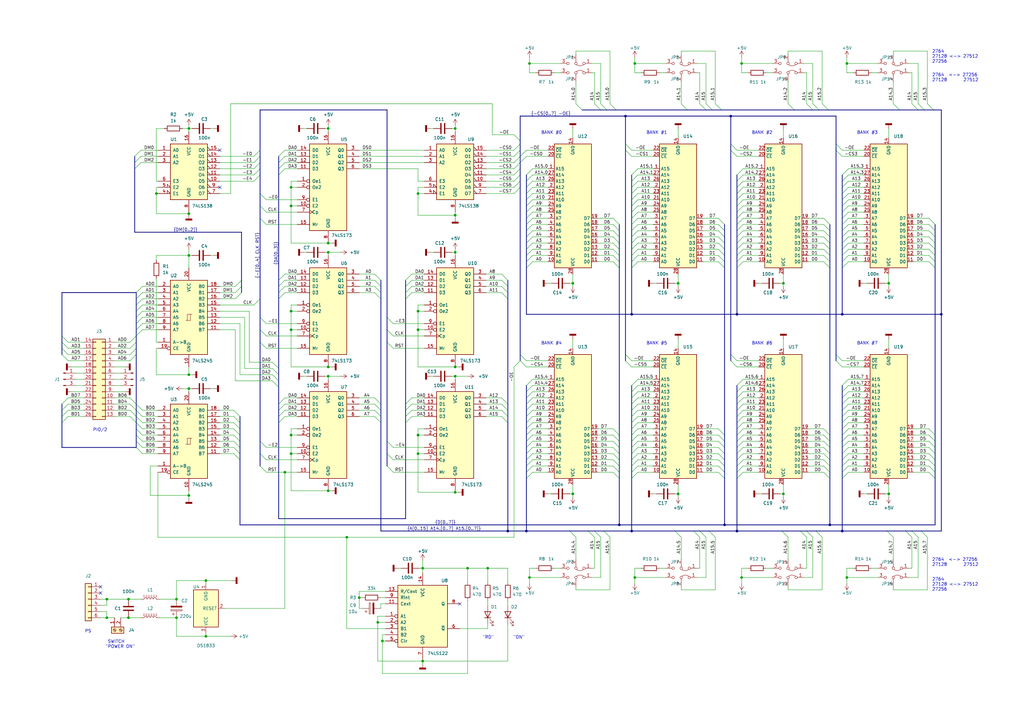
<source format=kicad_sch>
(kicad_sch (version 20211123) (generator eeschema)
  (paper "A3")
  (title_block (title "PEMX - External memory box") (date "2026-01-09") (rev "1.0") (company "Pozsar Zsolt") (comment 1 "Zacchaeus Microcomputer"))
  (junction (at 142.24 220.345))
  (junction (at 304.165 26.035))
  (junction (at 186.69 88.265))
  (junction (at 52.705 245.745))
  (junction (at 77.47 153.67))
  (junction (at 217.17 26.035))
  (junction (at 72.39 253.365))
  (junction (at 345.44 217.805))
  (junction (at 321.31 202.565))
  (junction (at 347.345 26.035))
  (junction (at 119.38 127.635))
  (junction (at 77.47 159.385))
  (junction (at 43.815 253.365))
  (junction (at 345.44 128.905))
  (junction (at 116.84 193.675))
  (junction (at 302.26 128.905))
  (junction (at 340.36 215.265))
  (junction (at 119.38 135.255))
  (junction (at 84.455 238.125))
  (junction (at 297.18 215.265))
  (junction (at 52.705 253.365))
  (junction (at 215.9 217.805))
  (junction (at 134.62 99.695))
  (junction (at 171.45 186.055))
  (junction (at 119.38 84.455))
  (junction (at 299.72 47.625))
  (junction (at 173.355 233.045))
  (junction (at 134.62 150.495))
  (junction (at 186.69 103.505))
  (junction (at 186.69 201.93))
  (junction (at 171.45 135.255))
  (junction (at 171.45 127.635))
  (junction (at 234.95 202.565))
  (junction (at 173.355 271.145))
  (junction (at 259.08 128.905))
  (junction (at 347.345 236.855))
  (junction (at 72.39 245.745))
  (junction (at 386.08 128.905))
  (junction (at 171.45 178.435))
  (junction (at 154.94 255.27))
  (junction (at 260.35 236.855))
  (junction (at 260.35 26.035))
  (junction (at 156.845 262.89))
  (junction (at 278.13 202.565))
  (junction (at 119.38 76.835))
  (junction (at 186.69 150.495))
  (junction (at 147.32 245.11))
  (junction (at 302.26 217.805))
  (junction (at 364.49 116.205))
  (junction (at 234.95 116.205))
  (junction (at 186.69 154.305))
  (junction (at 256.54 47.625))
  (junction (at 208.28 217.805))
  (junction (at 278.13 116.205))
  (junction (at 77.47 203.2))
  (junction (at 304.165 236.855))
  (junction (at 200.025 233.045))
  (junction (at 134.62 52.705))
  (junction (at 64.135 79.375))
  (junction (at 84.455 260.985))
  (junction (at 134.62 201.295))
  (junction (at 43.815 245.745))
  (junction (at 254 215.265))
  (junction (at 191.77 233.045))
  (junction (at 186.69 52.705))
  (junction (at 134.62 103.505))
  (junction (at 77.47 52.705))
  (junction (at 321.31 116.205))
  (junction (at 134.62 154.305))
  (junction (at 217.17 236.855))
  (junction (at 77.47 104.775))
  (junction (at 171.45 79.375))
  (junction (at 364.49 202.565))
  (junction (at 259.08 217.805))
  (junction (at 77.47 87.63))
  (junction (at 119.38 178.435))
  (junction (at 119.38 186.055))
  (no_connect (at 188.595 247.65))
  (no_connect (at 41.275 240.665))
  (no_connect (at 90.17 76.835))
  (no_connect (at 90.17 61.595))
  (no_connect (at 41.275 243.205))
  (bus_entry (at 106.68 61.595) (size -2.54 2.54))
  (bus_entry (at 55.88 135.255) (size 2.54 -2.54))
  (bus_entry (at 345.44 160.655) (size 2.54 -2.54))
  (bus_entry (at 302.26 99.695) (size 2.54 -2.54))
  (bus_entry (at 215.9 102.235) (size 2.54 -2.54))
  (bus_entry (at 340.36 92.075) (size -2.54 -2.54))
  (bus_entry (at 114.3 122.555) (size 2.54 -2.54))
  (bus_entry (at 25.4 140.335) (size 2.54 2.54))
  (bus_entry (at 215.9 186.055) (size 2.54 -2.54))
  (bus_entry (at 55.88 173.355) (size -2.54 -2.54))
  (bus_entry (at 345.44 168.275) (size 2.54 -2.54))
  (bus_entry (at 55.88 168.275) (size -2.54 -2.54))
  (bus_entry (at 297.18 99.695) (size -2.54 -2.54))
  (bus_entry (at 292.1 45.085) (size -2.54 -2.54))
  (bus_entry (at 114.3 114.935) (size 2.54 -2.54))
  (bus_entry (at 210.82 71.755) (size 2.54 -2.54))
  (bus_entry (at 345.44 71.755) (size 2.54 -2.54))
  (bus_entry (at 55.88 125.095) (size 2.54 -2.54))
  (bus_entry (at 345.44 109.855) (size 2.54 -2.54))
  (bus_entry (at 345.44 104.775) (size 2.54 -2.54))
  (bus_entry (at 259.08 178.435) (size 2.54 -2.54))
  (bus_entry (at 340.36 102.235) (size -2.54 -2.54))
  (bus_entry (at 345.44 94.615) (size 2.54 -2.54))
  (bus_entry (at 210.82 66.675) (size 2.54 -2.54))
  (bus_entry (at 302.26 163.195) (size 2.54 -2.54))
  (bus_entry (at 210.82 64.135) (size 2.54 -2.54))
  (bus_entry (at 259.08 158.115) (size 2.54 -2.54))
  (bus_entry (at 345.44 191.135) (size 2.54 -2.54))
  (bus_entry (at 114.3 66.675) (size 2.54 -2.54))
  (bus_entry (at 250.19 220.345) (size -2.54 -2.54))
  (bus_entry (at 158.75 191.135) (size 2.54 2.54))
  (bus_entry (at 106.68 140.335) (size 2.54 2.54))
  (bus_entry (at 55.88 137.795) (size 2.54 -2.54))
  (bus_entry (at 114.3 120.015) (size 2.54 -2.54))
  (bus_entry (at 114.3 170.815) (size 2.54 -2.54))
  (bus_entry (at 114.3 151.13) (size -2.54 -2.54))
  (bus_entry (at 259.08 94.615) (size 2.54 -2.54))
  (bus_entry (at 345.44 86.995) (size 2.54 -2.54))
  (bus_entry (at 254 183.515) (size -2.54 -2.54))
  (bus_entry (at 345.44 183.515) (size 2.54 -2.54))
  (bus_entry (at 106.68 186.055) (size 2.54 2.54))
  (bus_entry (at 215.9 165.735) (size 2.54 -2.54))
  (bus_entry (at 254 104.775) (size -2.54 -2.54))
  (bus_entry (at 55.88 122.555) (size 2.54 -2.54))
  (bus_entry (at 259.08 191.135) (size 2.54 -2.54))
  (bus_entry (at 340.36 191.135) (size -2.54 -2.54))
  (bus_entry (at 98.425 173.355) (size -2.54 -2.54))
  (bus_entry (at 55.88 130.175) (size 2.54 -2.54))
  (bus_entry (at 208.28 122.555) (size -2.54 -2.54))
  (bus_entry (at 259.08 168.275) (size 2.54 -2.54))
  (bus_entry (at 323.215 220.345) (size -2.54 -2.54))
  (bus_entry (at 302.26 92.075) (size 2.54 -2.54))
  (bus_entry (at 215.9 86.995) (size 2.54 -2.54))
  (bus_entry (at 254 180.975) (size -2.54 -2.54))
  (bus_entry (at 259.08 86.995) (size 2.54 -2.54))
  (bus_entry (at 383.54 109.855) (size -2.54 -2.54))
  (bus_entry (at 345.44 165.735) (size 2.54 -2.54))
  (bus_entry (at 215.9 81.915) (size 2.54 -2.54))
  (bus_entry (at 215.9 188.595) (size 2.54 -2.54))
  (bus_entry (at 55.88 137.795) (size -2.54 2.54))
  (bus_entry (at 297.18 92.075) (size -2.54 -2.54))
  (bus_entry (at 25.4 137.795) (size 2.54 2.54))
  (bus_entry (at 114.3 64.135) (size 2.54 -2.54))
  (bus_entry (at 98.425 180.975) (size -2.54 -2.54))
  (bus_entry (at 254 94.615) (size -2.54 -2.54))
  (bus_entry (at 236.22 220.345) (size -2.54 -2.54))
  (bus_entry (at 215.9 74.295) (size 2.54 -2.54))
  (bus_entry (at 345.44 97.155) (size 2.54 -2.54))
  (bus_entry (at 302.26 102.235) (size 2.54 -2.54))
  (bus_entry (at 208.28 170.815) (size -2.54 -2.54))
  (bus_entry (at 302.26 64.135) (size -2.54 -2.54))
  (bus_entry (at 106.68 89.535) (size 2.54 2.54))
  (bus_entry (at 383.54 97.155) (size -2.54 -2.54))
  (bus_entry (at 254 107.315) (size -2.54 -2.54))
  (bus_entry (at 383.54 183.515) (size -2.54 -2.54))
  (bus_entry (at 302.26 86.995) (size 2.54 -2.54))
  (bus_entry (at 99.06 114.935) (size -2.54 2.54))
  (bus_entry (at 335.915 45.085) (size -2.54 -2.54))
  (bus_entry (at 383.54 92.075) (size -2.54 -2.54))
  (bus_entry (at 295.91 45.085) (size -2.54 -2.54))
  (bus_entry (at 259.08 84.455) (size 2.54 -2.54))
  (bus_entry (at 259.08 160.655) (size 2.54 -2.54))
  (bus_entry (at 345.44 150.495) (size -2.54 -2.54))
  (bus_entry (at 340.36 104.775) (size -2.54 -2.54))
  (bus_entry (at 293.37 220.345) (size -2.54 -2.54))
  (bus_entry (at 25.4 142.875) (size 2.54 2.54))
  (bus_entry (at 99.06 120.015) (size -2.54 2.54))
  (bus_entry (at 254 92.075) (size -2.54 -2.54))
  (bus_entry (at 345.44 102.235) (size 2.54 -2.54))
  (bus_entry (at 106.68 79.375) (size 2.54 2.54))
  (bus_entry (at 340.36 180.975) (size -2.54 -2.54))
  (bus_entry (at 259.08 81.915) (size 2.54 -2.54))
  (bus_entry (at 215.9 94.615) (size 2.54 -2.54))
  (bus_entry (at 114.3 165.735) (size 2.54 -2.54))
  (bus_entry (at 340.36 109.855) (size -2.54 -2.54))
  (bus_entry (at 297.18 94.615) (size -2.54 -2.54))
  (bus_entry (at 254 109.855) (size -2.54 -2.54))
  (bus_entry (at 302.26 178.435) (size 2.54 -2.54))
  (bus_entry (at 302.26 160.655) (size 2.54 -2.54))
  (bus_entry (at 297.18 107.315) (size -2.54 -2.54))
  (bus_entry (at 259.08 165.735) (size 2.54 -2.54))
  (bus_entry (at 156.21 170.815) (size -2.54 -2.54))
  (bus_entry (at 302.26 71.755) (size 2.54 -2.54))
  (bus_entry (at 106.68 180.975) (size 2.54 2.54))
  (bus_entry (at 215.9 170.815) (size 2.54 -2.54))
  (bus_entry (at 55.88 132.715) (size 2.54 -2.54))
  (bus_entry (at 210.82 76.835) (size 2.54 -2.54))
  (bus_entry (at 114.3 153.67) (size -2.54 -2.54))
  (bus_entry (at 166.37 168.275) (size 2.54 -2.54))
  (bus_entry (at 279.4 220.345) (size -2.54 -2.54))
  (bus_entry (at 259.08 193.675) (size 2.54 -2.54))
  (bus_entry (at 297.18 97.155) (size -2.54 -2.54))
  (bus_entry (at 345.44 188.595) (size 2.54 -2.54))
  (bus_entry (at 345.44 186.055) (size 2.54 -2.54))
  (bus_entry (at 156.21 168.275) (size -2.54 -2.54))
  (bus_entry (at 106.68 69.215) (size -2.54 2.54))
  (bus_entry (at 98.425 178.435) (size -2.54 -2.54))
  (bus_entry (at 166.37 173.355) (size 2.54 -2.54))
  (bus_entry (at 302.26 196.215) (size 2.54 -2.54))
  (bus_entry (at 55.88 142.875) (size -2.54 2.54))
  (bus_entry (at 259.08 61.595) (size -2.54 -2.54))
  (bus_entry (at 215.9 109.855) (size 2.54 -2.54))
  (bus_entry (at 158.75 135.255) (size 2.54 2.54))
  (bus_entry (at 302.26 150.495) (size -2.54 -2.54))
  (bus_entry (at 208.28 173.355) (size -2.54 -2.54))
  (bus_entry (at 281.94 45.085) (size -2.54 -2.54))
  (bus_entry (at 302.26 158.115) (size 2.54 -2.54))
  (bus_entry (at 297.18 188.595) (size -2.54 -2.54))
  (bus_entry (at 106.68 191.135) (size 2.54 2.54))
  (bus_entry (at 55.88 183.515) (size 2.54 2.54))
  (bus_entry (at 215.9 79.375) (size 2.54 -2.54))
  (bus_entry (at 55.88 173.355) (size 2.54 2.54))
  (bus_entry (at 106.68 71.755) (size -2.54 2.54))
  (bus_entry (at 340.36 193.675) (size -2.54 -2.54))
  (bus_entry (at 166.37 165.735) (size 2.54 -2.54))
  (bus_entry (at 254 97.155) (size -2.54 -2.54))
  (bus_entry (at 55.88 140.335) (size -2.54 2.54))
  (bus_entry (at 259.08 107.315) (size 2.54 -2.54))
  (bus_entry (at 259.08 150.495) (size -2.54 -2.54))
  (bus_entry (at 302.26 173.355) (size 2.54 -2.54))
  (bus_entry (at 302.26 170.815) (size 2.54 -2.54))
  (bus_entry (at 215.9 97.155) (size 2.54 -2.54))
  (bus_entry (at 383.54 99.695) (size -2.54 -2.54))
  (bus_entry (at 297.18 178.435) (size -2.54 -2.54))
  (bus_entry (at 254 196.215) (size -2.54 -2.54))
  (bus_entry (at 215.9 71.755) (size 2.54 -2.54))
  (bus_entry (at 215.9 158.115) (size 2.54 -2.54))
  (bus_entry (at 340.36 99.695) (size -2.54 -2.54))
  (bus_entry (at 297.18 191.135) (size -2.54 -2.54))
  (bus_entry (at 215.9 168.275) (size 2.54 -2.54))
  (bus_entry (at 55.245 66.675) (size 2.54 -2.54))
  (bus_entry (at 215.9 191.135) (size 2.54 -2.54))
  (bus_entry (at 215.9 196.215) (size 2.54 -2.54))
  (bus_entry (at 243.84 220.345) (size -2.54 -2.54))
  (bus_entry (at 158.75 186.055) (size 2.54 2.54))
  (bus_entry (at 259.08 196.215) (size 2.54 -2.54))
  (bus_entry (at 259.08 175.895) (size 2.54 -2.54))
  (bus_entry (at 340.36 183.515) (size -2.54 -2.54))
  (bus_entry (at 215.9 61.595) (size -2.54 2.54))
  (bus_entry (at 114.3 156.21) (size -2.54 -2.54))
  (bus_entry (at 215.9 183.515) (size 2.54 -2.54))
  (bus_entry (at 259.08 64.135) (size -2.54 -2.54))
  (bus_entry (at 114.3 173.355) (size 2.54 -2.54))
  (bus_entry (at 340.36 186.055) (size -2.54 -2.54))
  (bus_entry (at 259.08 180.975) (size 2.54 -2.54))
  (bus_entry (at 254 188.595) (size -2.54 -2.54))
  (bus_entry (at 215.9 180.975) (size 2.54 -2.54))
  (bus_entry (at 340.36 97.155) (size -2.54 -2.54))
  (bus_entry (at 345.44 61.595) (size -2.54 -2.54))
  (bus_entry (at 246.38 45.085) (size -2.54 -2.54))
  (bus_entry (at 345.44 173.355) (size 2.54 -2.54))
  (bus_entry (at 254 193.675) (size -2.54 -2.54))
  (bus_entry (at 297.18 193.675) (size -2.54 -2.54))
  (bus_entry (at 345.44 107.315) (size 2.54 -2.54))
  (bus_entry (at 98.425 170.815) (size -2.54 -2.54))
  (bus_entry (at 98.425 188.595) (size -2.54 -2.54))
  (bus_entry (at 25.4 165.735) (size 2.54 -2.54))
  (bus_entry (at 215.9 104.775) (size 2.54 -2.54))
  (bus_entry (at 259.08 173.355) (size 2.54 -2.54))
  (bus_entry (at 210.82 79.375) (size 2.54 -2.54))
  (bus_entry (at 340.36 178.435) (size -2.54 -2.54))
  (bus_entry (at 330.835 220.345) (size -2.54 -2.54))
  (bus_entry (at 55.88 165.735) (size -2.54 -2.54))
  (bus_entry (at 345.44 180.975) (size 2.54 -2.54))
  (bus_entry (at 156.21 173.355) (size -2.54 -2.54))
  (bus_entry (at 302.26 94.615) (size 2.54 -2.54))
  (bus_entry (at 340.36 188.595) (size -2.54 -2.54))
  (bus_entry (at 158.75 130.175) (size 2.54 2.54))
  (bus_entry (at 158.75 180.975) (size 2.54 2.54))
  (bus_entry (at 340.36 94.615) (size -2.54 -2.54))
  (bus_entry (at 215.9 160.655) (size 2.54 -2.54))
  (bus_entry (at 215.9 175.895) (size 2.54 -2.54))
  (bus_entry (at 156.21 165.735) (size -2.54 -2.54))
  (bus_entry (at 302.26 107.315) (size 2.54 -2.54))
  (bus_entry (at 259.08 92.075) (size 2.54 -2.54))
  (bus_entry (at 215.9 92.075) (size 2.54 -2.54))
  (bus_entry (at 380.365 220.345) (size -2.54 -2.54))
  (bus_entry (at 213.36 147.955) (size -2.54 2.54))
  (bus_entry (at 215.9 76.835) (size 2.54 -2.54))
  (bus_entry (at 156.21 120.015) (size -2.54 -2.54))
  (bus_entry (at 215.9 178.435) (size 2.54 -2.54))
  (bus_entry (at 106.68 130.175) (size 2.54 2.54))
  (bus_entry (at 379.095 45.085) (size -2.54 -2.54))
  (bus_entry (at 55.88 120.015) (size 2.54 -2.54))
  (bus_entry (at 287.02 220.345) (size -2.54 -2.54))
  (bus_entry (at 99.06 117.475) (size -2.54 2.54))
  (bus_entry (at 238.76 45.085) (size -2.54 -2.54))
  (bus_entry (at 215.9 107.315) (size 2.54 -2.54))
  (bus_entry (at 259.08 97.155) (size 2.54 -2.54))
  (bus_entry (at 302.26 79.375) (size 2.54 -2.54))
  (bus_entry (at 215.9 150.495) (size -2.54 -2.54))
  (bus_entry (at 208.28 120.015) (size -2.54 -2.54))
  (bus_entry (at 383.54 180.975) (size -2.54 -2.54))
  (bus_entry (at 55.88 178.435) (size 2.54 2.54))
  (bus_entry (at 213.36 57.785) (size -2.54 -2.54))
  (bus_entry (at 302.26 165.735) (size 2.54 -2.54))
  (bus_entry (at 106.68 122.555) (size -2.54 2.54))
  (bus_entry (at 345.44 76.835) (size 2.54 -2.54))
  (bus_entry (at 259.08 183.515) (size 2.54 -2.54))
  (bus_entry (at 254 102.235) (size -2.54 -2.54))
  (bus_entry (at 106.68 64.135) (size -2.54 2.54))
  (bus_entry (at 259.08 74.295) (size 2.54 -2.54))
  (bus_entry (at 55.88 170.815) (size -2.54 -2.54))
  (bus_entry (at 246.38 220.345) (size -2.54 -2.54))
  (bus_entry (at 345.44 163.195) (size 2.54 -2.54))
  (bus_entry (at 333.375 220.345) (size -2.54 -2.54))
  (bus_entry (at 55.88 168.275) (size 2.54 2.54))
  (bus_entry (at 254 178.435) (size -2.54 -2.54))
  (bus_entry (at 166.37 170.815) (size 2.54 -2.54))
  (bus_entry (at 339.725 45.085) (size -2.54 -2.54))
  (bus_entry (at 302.26 175.895) (size 2.54 -2.54))
  (bus_entry (at 106.68 135.255) (size 2.54 2.54))
  (bus_entry (at 215.9 84.455) (size 2.54 -2.54))
  (bus_entry (at 259.08 99.695) (size 2.54 -2.54))
  (bus_entry (at 345.44 178.435) (size 2.54 -2.54))
  (bus_entry (at 166.37 120.015) (size 2.54 -2.54))
  (bus_entry (at 297.18 186.055) (size -2.54 -2.54))
  (bus_entry (at 55.88 175.895) (size 2.54 2.54))
  (bus_entry (at 208.28 114.935) (size -2.54 -2.54))
  (bus_entry (at 302.26 180.975) (size 2.54 -2.54))
  (bus_entry (at 345.44 92.075) (size 2.54 -2.54))
  (bus_entry (at 383.54 94.615) (size -2.54 -2.54))
  (bus_entry (at 25.4 168.275) (size 2.54 -2.54))
  (bus_entry (at 215.9 173.355) (size 2.54 -2.54))
  (bus_entry (at 25.4 173.355) (size 2.54 -2.54))
  (bus_entry (at 208.28 165.735) (size -2.54 -2.54))
  (bus_entry (at 383.54 191.135) (size -2.54 -2.54))
  (bus_entry (at 297.18 102.235) (size -2.54 -2.54))
  (bus_entry (at 210.82 61.595) (size 2.54 -2.54))
  (bus_entry (at 254 191.135) (size -2.54 -2.54))
  (bus_entry (at 345.44 89.535) (size 2.54 -2.54))
  (bus_entry (at 215.9 99.695) (size 2.54 -2.54))
  (bus_entry (at 259.08 89.535) (size 2.54 -2.54))
  (bus_entry (at 114.3 71.755) (size 2.54 -2.54))
  (bus_entry (at 302.26 89.535) (size 2.54 -2.54))
  (bus_entry (at 254 99.695) (size -2.54 -2.54))
  (bus_entry (at 289.56 220.345) (size -2.54 -2.54))
  (bus_entry (at 166.37 114.935) (size 2.54 -2.54))
  (bus_entry (at 368.935 45.085) (size -2.54 -2.54))
  (bus_entry (at 374.015 220.345) (size -2.54 -2.54))
  (bus_entry (at 248.92 45.085) (size -2.54 -2.54))
  (bus_entry (at 166.37 122.555) (size 2.54 -2.54))
  (bus_entry (at 106.68 66.675) (size -2.54 2.54))
  (bus_entry (at 158.75 140.335) (size 2.54 2.54))
  (bus_entry (at 55.88 127.635) (size 2.54 -2.54))
  (bus_entry (at 215.9 147.955) (size -2.54 -2.54))
  (bus_entry (at 297.18 196.215) (size -2.54 -2.54))
  (bus_entry (at 383.54 107.315) (size -2.54 -2.54))
  (bus_entry (at 114.3 168.275) (size 2.54 -2.54))
  (bus_entry (at 302.26 76.835) (size 2.54 -2.54))
  (bus_entry (at 340.36 107.315) (size -2.54 -2.54))
  (bus_entry (at 259.08 186.055) (size 2.54 -2.54))
  (bus_entry (at 114.3 158.75) (size -2.54 -2.54))
  (bus_entry (at 210.82 69.215) (size 2.54 -2.54))
  (bus_entry (at 302.26 97.155) (size 2.54 -2.54))
  (bus_entry (at 345.44 175.895) (size 2.54 -2.54))
  (bus_entry (at 259.08 76.835) (size 2.54 -2.54))
  (bus_entry (at 376.555 220.345) (size -2.54 -2.54))
  (bus_entry (at 302.26 61.595) (size -2.54 -2.54))
  (bus_entry (at 156.21 122.555) (size -2.54 -2.54))
  (bus_entry (at 382.905 45.085) (size -2.54 -2.54))
  (bus_entry (at 383.54 102.235) (size -2.54 -2.54))
  (bus_entry (at 252.73 45.085) (size -2.54 -2.54))
  (bus_entry (at 302.26 191.135) (size 2.54 -2.54))
  (bus_entry (at 345.44 196.215) (size 2.54 -2.54))
  (bus_entry (at 289.56 45.085) (size -2.54 -2.54))
  (bus_entry (at 345.44 147.955) (size -2.54 -2.54))
  (bus_entry (at 340.36 196.215) (size -2.54 -2.54))
  (bus_entry (at 106.68 84.455) (size 2.54 2.54))
  (bus_entry (at 114.3 69.215) (size 2.54 -2.54))
  (bus_entry (at 302.26 193.675) (size 2.54 -2.54))
  (bus_entry (at 337.185 220.345) (size -2.54 -2.54))
  (bus_entry (at 345.44 84.455) (size 2.54 -2.54))
  (bus_entry (at 55.88 180.975) (size 2.54 2.54))
  (bus_entry (at 215.9 163.195) (size 2.54 -2.54))
  (bus_entry (at 259.08 102.235) (size 2.54 -2.54))
  (bus_entry (at 259.08 188.595) (size 2.54 -2.54))
  (bus_entry (at 345.44 79.375) (size 2.54 -2.54))
  (bus_entry (at 208.28 168.275) (size -2.54 -2.54))
  (bus_entry (at 259.08 71.755) (size 2.54 -2.54))
  (bus_entry (at 215.9 193.675) (size 2.54 -2.54))
  (bus_entry (at 259.08 163.195) (size 2.54 -2.54))
  (bus_entry (at 345.44 99.695) (size 2.54 -2.54))
  (bus_entry (at 345.44 64.135) (size -2.54 -2.54))
  (bus_entry (at 345.44 193.675) (size 2.54 -2.54))
  (bus_entry (at 55.88 165.735) (size 2.54 2.54))
  (bus_entry (at 383.54 193.675) (size -2.54 -2.54))
  (bus_entry (at 98.425 186.055) (size -2.54 -2.54))
  (bus_entry (at 215.9 89.535) (size 2.54 -2.54))
  (bus_entry (at 376.555 45.085) (size -2.54 -2.54))
  (bus_entry (at 208.28 117.475) (size -2.54 -2.54))
  (bus_entry (at 259.08 79.375) (size 2.54 -2.54))
  (bus_entry (at 302.26 183.515) (size 2.54 -2.54))
  (bus_entry (at 259.08 104.775) (size 2.54 -2.54))
  (bus_entry (at 297.18 109.855) (size -2.54 -2.54))
  (bus_entry (at 297.18 104.775) (size -2.54 -2.54))
  (bus_entry (at 55.88 145.415) (size -2.54 2.54))
  (bus_entry (at 25.4 170.815) (size 2.54 -2.54))
  (bus_entry (at 25.4 145.415) (size 2.54 2.54))
  (bus_entry (at 325.755 45.085) (size -2.54 -2.54))
  (bus_entry (at 297.18 180.975) (size -2.54 -2.54))
  (bus_entry (at 210.82 74.295) (size 2.54 -2.54))
  (bus_entry (at 259.08 170.815) (size 2.54 -2.54))
  (bus_entry (at 333.375 45.085) (size -2.54 -2.54))
  (bus_entry (at 383.54 178.435) (size -2.54 -2.54))
  (bus_entry (at 383.54 196.215) (size -2.54 -2.54))
  (bus_entry (at 55.245 64.135) (size 2.54 -2.54))
  (bus_entry (at 259.08 109.855) (size 2.54 -2.54))
  (bus_entry (at 156.21 114.935) (size -2.54 -2.54))
  (bus_entry (at 302.26 84.455) (size 2.54 -2.54))
  (bus_entry (at 156.21 117.475) (size -2.54 -2.54))
  (bus_entry (at 55.88 170.815) (size 2.54 2.54))
  (bus_entry (at 254 186.055) (size -2.54 -2.54))
  (bus_entry (at 302.26 109.855) (size 2.54 -2.54))
  (bus_entry (at 302.26 168.275) (size 2.54 -2.54))
  (bus_entry (at 302.26 104.775) (size 2.54 -2.54))
  (bus_entry (at 345.44 74.295) (size 2.54 -2.54))
  (bus_entry (at 345.44 158.115) (size 2.54 -2.54))
  (bus_entry (at 98.425 175.895) (size -2.54 -2.54))
  (bus_entry (at 383.54 188.595) (size -2.54 -2.54))
  (bus_entry (at 166.37 117.475) (size 2.54 -2.54))
  (bus_entry (at 114.3 117.475) (size 2.54 -2.54))
  (bus_entry (at 215.9 64.135) (size -2.54 2.54))
  (bus_entry (at 302.26 186.055) (size 2.54 -2.54))
  (bus_entry (at 383.54 186.055) (size -2.54 -2.54))
  (bus_entry (at 366.395 220.345) (size -2.54 -2.54))
  (bus_entry (at 98.425 183.515) (size -2.54 -2.54))
  (bus_entry (at 345.44 81.915) (size 2.54 -2.54))
  (bus_entry (at 55.245 69.215) (size 2.54 -2.54))
  (bus_entry (at 302.26 81.915) (size 2.54 -2.54))
  (bus_entry (at 297.18 183.515) (size -2.54 -2.54))
  (bus_entry (at 259.08 147.955) (size -2.54 -2.54))
  (bus_entry (at 345.44 170.815) (size 2.54 -2.54))
  (bus_entry (at 302.26 188.595) (size 2.54 -2.54))
  (bus_entry (at 302.26 147.955) (size -2.54 -2.54))
  (bus_entry (at 383.54 104.775) (size -2.54 -2.54))
  (bus_entry (at 302.26 74.295) (size 2.54 -2.54))
  (bus (pts (xy 254 215.265) (xy 297.18 215.265)))
  (wire (pts (xy 345.44 150.495) (xy 354.33 150.495)))
  (wire (pts (xy 261.62 69.215) (xy 267.97 69.215)))
  (wire (pts (xy 119.38 84.455) (xy 119.38 99.695)))
  (wire (pts (xy 347.98 92.075) (xy 354.33 92.075)))
  (bus (pts (xy 259.08 94.615) (xy 259.08 97.155)))
  (wire (pts (xy 31.115 155.575) (xy 34.29 155.575)))
  (bus (pts (xy 295.91 45.085) (xy 325.755 45.085)))
  (wire (pts (xy 333.375 236.855) (xy 329.565 236.855)))
  (bus (pts (xy 215.9 81.915) (xy 215.9 84.455)))
  (wire (pts (xy 261.62 74.295) (xy 267.97 74.295)))
  (wire (pts (xy 116.84 64.135) (xy 121.92 64.135)))
  (bus (pts (xy 215.9 165.735) (xy 215.9 168.275)))
  (bus (pts (xy 256.54 59.055) (xy 256.54 61.595)))
  (bus (pts (xy 114.3 117.475) (xy 114.3 120.015)))
  (wire (pts (xy 374.015 233.045) (xy 372.745 233.045)))
  (wire (pts (xy 304.165 233.045) (xy 304.165 236.855)))
  (wire (pts (xy 147.32 249.555) (xy 147.32 245.11)))
  (wire (pts (xy 234.95 202.565) (xy 234.95 198.755)))
  (wire (pts (xy 116.84 112.395) (xy 121.92 112.395)))
  (wire (pts (xy 337.82 191.135) (xy 331.47 191.135)))
  (wire (pts (xy 347.98 79.375) (xy 354.33 79.375)))
  (wire (pts (xy 46.99 158.115) (xy 49.53 158.115)))
  (bus (pts (xy 340.36 196.215) (xy 340.36 215.265)))
  (wire (pts (xy 109.22 193.675) (xy 116.84 193.675)))
  (bus (pts (xy 215.9 97.155) (xy 215.9 99.695)))
  (wire (pts (xy 171.45 88.265) (xy 186.69 88.265)))
  (wire (pts (xy 218.44 71.755) (xy 224.79 71.755)))
  (wire (pts (xy 304.165 29.845) (xy 304.165 26.035)))
  (wire (pts (xy 304.8 107.315) (xy 311.15 107.315)))
  (bus (pts (xy 259.08 86.995) (xy 259.08 89.535)))
  (wire (pts (xy 347.345 26.035) (xy 360.045 26.035)))
  (bus (pts (xy 166.37 122.555) (xy 166.37 165.735)))
  (bus (pts (xy 302.26 175.895) (xy 302.26 178.435)))
  (bus (pts (xy 208.28 114.935) (xy 208.28 117.475)))
  (wire (pts (xy 191.77 233.045) (xy 191.77 238.76)))
  (bus (pts (xy 55.88 145.415) (xy 55.88 165.735)))
  (wire (pts (xy 210.82 150.495) (xy 210.82 220.345)))
  (wire (pts (xy 119.38 135.255) (xy 119.38 150.495)))
  (wire (pts (xy 171.45 186.055) (xy 173.99 186.055)))
  (wire (pts (xy 323.215 229.235) (xy 323.215 220.345)))
  (wire (pts (xy 58.42 120.015) (xy 64.77 120.015)))
  (wire (pts (xy 61.595 203.2) (xy 77.47 203.2)))
  (bus (pts (xy 345.44 104.775) (xy 345.44 107.315)))
  (wire (pts (xy 217.17 233.045) (xy 217.17 236.855)))
  (wire (pts (xy 57.785 245.745) (xy 52.705 245.745)))
  (bus (pts (xy 55.88 180.975) (xy 55.88 183.515)))
  (wire (pts (xy 173.355 233.045) (xy 173.355 234.95)))
  (wire (pts (xy 354.33 116.205) (xy 355.6 116.205)))
  (wire (pts (xy 323.215 20.955) (xy 323.215 22.225)))
  (bus (pts (xy 114.3 122.555) (xy 114.3 151.13)))
  (wire (pts (xy 74.93 159.385) (xy 77.47 159.385)))
  (bus (pts (xy 302.26 173.355) (xy 302.26 175.895)))
  (bus (pts (xy 340.36 109.855) (xy 340.36 178.435)))
  (wire (pts (xy 154.94 255.27) (xy 154.94 271.145)))
  (bus (pts (xy 213.36 145.415) (xy 213.36 147.955)))
  (bus (pts (xy 25.4 137.795) (xy 25.4 120.015)))
  (bus (pts (xy 25.4 142.875) (xy 25.4 140.335)))
  (bus (pts (xy 345.44 183.515) (xy 345.44 186.055)))
  (wire (pts (xy 100.33 151.13) (xy 111.76 151.13)))
  (bus (pts (xy 215.9 163.195) (xy 215.9 165.735)))
  (wire (pts (xy 381 99.695) (xy 374.65 99.695)))
  (wire (pts (xy 224.79 202.565) (xy 226.06 202.565)))
  (bus (pts (xy 259.08 79.375) (xy 259.08 81.915)))
  (wire (pts (xy 95.885 178.435) (xy 90.17 178.435)))
  (bus (pts (xy 302.26 81.915) (xy 302.26 84.455)))
  (wire (pts (xy 293.37 220.345) (xy 293.37 241.935)))
  (wire (pts (xy 199.39 71.755) (xy 210.82 71.755)))
  (bus (pts (xy 55.88 168.275) (xy 55.88 170.815)))
  (wire (pts (xy 304.8 79.375) (xy 311.15 79.375)))
  (bus (pts (xy 302.26 180.975) (xy 302.26 183.515)))
  (wire (pts (xy 185.42 154.305) (xy 186.69 154.305)))
  (bus (pts (xy 241.3 217.805) (xy 243.84 217.805)))
  (bus (pts (xy 106.68 69.215) (xy 106.68 71.755)))
  (wire (pts (xy 381 107.315) (xy 374.65 107.315)))
  (wire (pts (xy 347.98 158.115) (xy 354.33 158.115)))
  (wire (pts (xy 154.94 252.73) (xy 154.94 255.27)))
  (wire (pts (xy 43.815 253.365) (xy 43.815 250.825)))
  (bus (pts (xy 215.9 186.055) (xy 215.9 188.595)))
  (wire (pts (xy 58.42 175.895) (xy 64.77 175.895)))
  (bus (pts (xy 25.4 145.415) (xy 25.4 142.875)))
  (wire (pts (xy 243.84 42.545) (xy 243.84 29.845)))
  (bus (pts (xy 208.28 122.555) (xy 208.28 165.735)))
  (wire (pts (xy 94.615 42.545) (xy 94.615 79.375)))
  (wire (pts (xy 116.84 120.015) (xy 121.92 120.015)))
  (wire (pts (xy 133.35 154.305) (xy 134.62 154.305)))
  (bus (pts (xy 215.9 102.235) (xy 215.9 104.775)))
  (wire (pts (xy 87.63 104.775) (xy 86.36 104.775)))
  (bus (pts (xy 156.21 217.805) (xy 156.21 173.355)))
  (bus (pts (xy 299.72 145.415) (xy 299.72 147.955)))
  (bus (pts (xy 254 94.615) (xy 254 97.155)))
  (wire (pts (xy 186.69 201.93) (xy 187.96 201.93)))
  (wire (pts (xy 304.8 89.535) (xy 311.15 89.535)))
  (wire (pts (xy 262.89 29.845) (xy 260.35 29.845)))
  (bus (pts (xy 259.08 178.435) (xy 259.08 180.975)))
  (wire (pts (xy 158.115 260.35) (xy 156.845 260.35)))
  (bus (pts (xy 302.26 104.775) (xy 302.26 107.315)))
  (bus (pts (xy 342.9 59.055) (xy 342.9 61.595)))
  (wire (pts (xy 347.98 74.295) (xy 354.33 74.295)))
  (wire (pts (xy 171.45 127.635) (xy 173.99 127.635)))
  (wire (pts (xy 246.38 42.545) (xy 246.38 26.035)))
  (wire (pts (xy 64.77 142.875) (xy 64.135 142.875)))
  (wire (pts (xy 261.62 94.615) (xy 267.97 94.615)))
  (wire (pts (xy 260.35 239.395) (xy 260.35 236.855)))
  (wire (pts (xy 278.13 52.705) (xy 278.13 56.515)))
  (wire (pts (xy 51.435 150.495) (xy 46.99 150.495)))
  (bus (pts (xy 340.36 193.675) (xy 340.36 196.215)))
  (wire (pts (xy 278.13 117.475) (xy 278.13 116.205)))
  (wire (pts (xy 337.82 193.675) (xy 331.47 193.675)))
  (wire (pts (xy 224.79 116.205) (xy 226.06 116.205)))
  (wire (pts (xy 119.38 84.455) (xy 121.92 84.455)))
  (bus (pts (xy 345.44 217.805) (xy 363.855 217.805)))
  (bus (pts (xy 254 178.435) (xy 254 180.975)))
  (wire (pts (xy 347.98 188.595) (xy 354.33 188.595)))
  (bus (pts (xy 302.26 168.275) (xy 302.26 170.815)))
  (wire (pts (xy 27.94 145.415) (xy 34.29 145.415)))
  (wire (pts (xy 337.185 220.345) (xy 337.185 241.935)))
  (wire (pts (xy 304.8 178.435) (xy 311.15 178.435)))
  (wire (pts (xy 116.84 163.195) (xy 121.92 163.195)))
  (wire (pts (xy 218.44 107.315) (xy 224.79 107.315)))
  (wire (pts (xy 84.455 238.125) (xy 84.455 239.395)))
  (wire (pts (xy 261.62 71.755) (xy 267.97 71.755)))
  (wire (pts (xy 260.35 29.845) (xy 260.35 26.035)))
  (wire (pts (xy 366.395 20.955) (xy 366.395 22.225)))
  (bus (pts (xy 215.9 173.355) (xy 215.9 175.895)))
  (bus (pts (xy 166.37 168.275) (xy 166.37 170.815)))
  (wire (pts (xy 311.15 202.565) (xy 312.42 202.565)))
  (wire (pts (xy 251.46 186.055) (xy 245.11 186.055)))
  (bus (pts (xy 215.9 99.695) (xy 215.9 102.235)))
  (wire (pts (xy 218.44 94.615) (xy 224.79 94.615)))
  (bus (pts (xy 55.245 66.675) (xy 55.245 69.215)))
  (bus (pts (xy 246.38 45.085) (xy 248.92 45.085)))
  (wire (pts (xy 218.44 180.975) (xy 224.79 180.975)))
  (bus (pts (xy 383.54 104.775) (xy 383.54 107.315)))
  (wire (pts (xy 347.98 94.615) (xy 354.33 94.615)))
  (wire (pts (xy 186.69 88.265) (xy 186.69 89.535)))
  (wire (pts (xy 64.135 52.705) (xy 64.135 74.295)))
  (wire (pts (xy 205.74 120.015) (xy 199.39 120.015)))
  (wire (pts (xy 347.98 107.315) (xy 354.33 107.315)))
  (wire (pts (xy 337.82 104.775) (xy 331.47 104.775)))
  (wire (pts (xy 261.62 86.995) (xy 267.97 86.995)))
  (wire (pts (xy 250.19 20.955) (xy 236.22 20.955)))
  (wire (pts (xy 119.38 150.495) (xy 134.62 150.495)))
  (wire (pts (xy 261.62 163.195) (xy 267.97 163.195)))
  (wire (pts (xy 261.62 193.675) (xy 267.97 193.675)))
  (bus (pts (xy 340.36 183.515) (xy 340.36 186.055)))
  (wire (pts (xy 381 89.535) (xy 374.65 89.535)))
  (bus (pts (xy 259.08 173.355) (xy 259.08 175.895)))
  (bus (pts (xy 345.44 170.815) (xy 345.44 173.355)))
  (bus (pts (xy 383.54 107.315) (xy 383.54 109.855)))
  (wire (pts (xy 116.84 170.815) (xy 121.92 170.815)))
  (wire (pts (xy 287.02 42.545) (xy 287.02 29.845)))
  (wire (pts (xy 109.22 92.075) (xy 121.92 92.075)))
  (wire (pts (xy 337.82 188.595) (xy 331.47 188.595)))
  (wire (pts (xy 347.345 23.495) (xy 347.345 26.035)))
  (bus (pts (xy 297.18 109.855) (xy 297.18 178.435)))
  (wire (pts (xy 294.64 94.615) (xy 288.29 94.615)))
  (bus (pts (xy 259.08 97.155) (xy 259.08 99.695)))
  (wire (pts (xy 186.69 154.305) (xy 186.69 155.575)))
  (wire (pts (xy 218.44 170.815) (xy 224.79 170.815)))
  (bus (pts (xy 340.36 178.435) (xy 340.36 180.975)))
  (bus (pts (xy 299.72 59.055) (xy 299.72 47.625)))
  (wire (pts (xy 96.52 122.555) (xy 90.17 122.555)))
  (wire (pts (xy 58.42 125.095) (xy 64.77 125.095)))
  (wire (pts (xy 347.98 69.215) (xy 354.33 69.215)))
  (wire (pts (xy 251.46 178.435) (xy 245.11 178.435)))
  (wire (pts (xy 366.395 33.655) (xy 366.395 42.545)))
  (bus (pts (xy 215.9 128.905) (xy 259.08 128.905)))
  (bus (pts (xy 114.3 66.675) (xy 114.3 69.215)))
  (bus (pts (xy 156.21 168.275) (xy 156.21 170.815)))
  (bus (pts (xy 377.825 217.805) (xy 386.08 217.805)))
  (wire (pts (xy 381 191.135) (xy 374.65 191.135)))
  (wire (pts (xy 156.21 245.11) (xy 158.115 245.11)))
  (wire (pts (xy 201.93 55.245) (xy 201.93 42.545)))
  (bus (pts (xy 287.02 217.805) (xy 290.83 217.805)))
  (bus (pts (xy 290.83 217.805) (xy 302.26 217.805)))
  (wire (pts (xy 186.69 51.435) (xy 186.69 52.705)))
  (bus (pts (xy 383.54 186.055) (xy 383.54 183.515)))
  (wire (pts (xy 217.17 236.855) (xy 229.87 236.855)))
  (wire (pts (xy 67.31 52.705) (xy 64.135 52.705)))
  (wire (pts (xy 119.38 186.055) (xy 121.92 186.055)))
  (bus (pts (xy 238.76 45.085) (xy 246.38 45.085)))
  (wire (pts (xy 366.395 241.935) (xy 366.395 240.665)))
  (wire (pts (xy 148.59 249.555) (xy 147.32 249.555)))
  (bus (pts (xy 106.68 71.755) (xy 106.68 79.375)))
  (bus (pts (xy 259.08 168.275) (xy 259.08 170.815)))
  (wire (pts (xy 294.64 191.135) (xy 288.29 191.135)))
  (wire (pts (xy 218.44 158.115) (xy 224.79 158.115)))
  (bus (pts (xy 340.36 188.595) (xy 340.36 191.135)))
  (wire (pts (xy 154.94 271.145) (xy 173.355 271.145)))
  (bus (pts (xy 376.555 45.085) (xy 379.095 45.085)))
  (bus (pts (xy 99.06 114.935) (xy 99.06 117.475)))
  (wire (pts (xy 314.325 29.845) (xy 316.865 29.845)))
  (wire (pts (xy 147.32 245.11) (xy 148.59 245.11)))
  (wire (pts (xy 142.24 257.81) (xy 158.115 257.81)))
  (wire (pts (xy 261.62 175.895) (xy 267.97 175.895)))
  (bus (pts (xy 256.54 61.595) (xy 256.54 145.415)))
  (bus (pts (xy 345.44 99.695) (xy 345.44 102.235)))
  (bus (pts (xy 345.44 158.115) (xy 345.44 160.655)))
  (wire (pts (xy 218.44 183.515) (xy 224.79 183.515)))
  (bus (pts (xy 302.26 193.675) (xy 302.26 196.215)))
  (bus (pts (xy 106.68 45.085) (xy 106.68 61.595)))
  (wire (pts (xy 119.38 175.895) (xy 119.38 178.435)))
  (bus (pts (xy 297.18 178.435) (xy 297.18 180.975)))
  (bus (pts (xy 302.26 170.815) (xy 302.26 173.355)))
  (wire (pts (xy 347.345 236.855) (xy 360.045 236.855)))
  (wire (pts (xy 304.8 84.455) (xy 311.15 84.455)))
  (wire (pts (xy 234.95 52.705) (xy 234.95 56.515)))
  (bus (pts (xy 55.245 64.135) (xy 55.245 66.675)))
  (wire (pts (xy 147.32 64.135) (xy 173.99 64.135)))
  (wire (pts (xy 27.94 168.275) (xy 34.29 168.275)))
  (wire (pts (xy 104.14 64.135) (xy 90.17 64.135)))
  (wire (pts (xy 218.44 186.055) (xy 224.79 186.055)))
  (wire (pts (xy 381 102.235) (xy 374.65 102.235)))
  (bus (pts (xy 383.54 109.855) (xy 383.54 178.435)))
  (bus (pts (xy 25.4 165.735) (xy 25.4 168.275)))
  (bus (pts (xy 302.26 165.735) (xy 302.26 168.275)))
  (wire (pts (xy 173.355 271.145) (xy 173.355 270.51)))
  (bus (pts (xy 55.245 69.215) (xy 55.245 95.25)))
  (wire (pts (xy 364.49 139.065) (xy 364.49 142.875)))
  (wire (pts (xy 304.8 71.755) (xy 311.15 71.755)))
  (wire (pts (xy 100.33 130.175) (xy 100.33 151.13)))
  (wire (pts (xy 347.98 173.355) (xy 354.33 173.355)))
  (bus (pts (xy 345.44 165.735) (xy 345.44 168.275)))
  (wire (pts (xy 90.17 132.715) (xy 98.425 132.715)))
  (wire (pts (xy 217.17 26.035) (xy 229.87 26.035)))
  (wire (pts (xy 345.44 64.135) (xy 354.33 64.135)))
  (bus (pts (xy 302.26 107.315) (xy 302.26 109.855)))
  (bus (pts (xy 215.9 86.995) (xy 215.9 89.535)))
  (wire (pts (xy 156.21 249.555) (xy 156.21 247.65)))
  (wire (pts (xy 250.19 42.545) (xy 250.19 20.955)))
  (wire (pts (xy 171.45 74.295) (xy 173.99 74.295)))
  (bus (pts (xy 156.21 114.935) (xy 156.21 117.475)))
  (wire (pts (xy 381 94.615) (xy 374.65 94.615)))
  (wire (pts (xy 27.94 163.195) (xy 34.29 163.195)))
  (wire (pts (xy 64.77 76.835) (xy 64.135 76.835)))
  (wire (pts (xy 251.46 193.675) (xy 245.11 193.675)))
  (wire (pts (xy 58.42 178.435) (xy 64.77 178.435)))
  (wire (pts (xy 304.8 74.295) (xy 311.15 74.295)))
  (wire (pts (xy 210.82 55.245) (xy 201.93 55.245)))
  (bus (pts (xy 259.08 183.515) (xy 259.08 186.055)))
  (bus (pts (xy 302.26 196.215) (xy 302.26 217.805)))
  (bus (pts (xy 215.9 94.615) (xy 215.9 97.155)))
  (bus (pts (xy 215.9 188.595) (xy 215.9 191.135)))
  (bus (pts (xy 208.28 120.015) (xy 208.28 122.555)))
  (wire (pts (xy 381 186.055) (xy 374.65 186.055)))
  (wire (pts (xy 218.44 69.215) (xy 224.79 69.215)))
  (wire (pts (xy 43.815 248.285) (xy 43.815 245.745)))
  (bus (pts (xy 302.26 178.435) (xy 302.26 180.975)))
  (wire (pts (xy 27.94 147.955) (xy 34.29 147.955)))
  (wire (pts (xy 261.62 191.135) (xy 267.97 191.135)))
  (bus (pts (xy 55.88 175.895) (xy 55.88 178.435)))
  (bus (pts (xy 302.26 71.755) (xy 302.26 74.295)))
  (wire (pts (xy 259.08 147.955) (xy 267.97 147.955)))
  (wire (pts (xy 53.34 163.195) (xy 46.99 163.195)))
  (wire (pts (xy 304.8 158.115) (xy 311.15 158.115)))
  (wire (pts (xy 96.52 117.475) (xy 90.17 117.475)))
  (wire (pts (xy 116.84 168.275) (xy 121.92 168.275)))
  (bus (pts (xy 302.26 188.595) (xy 302.26 191.135)))
  (bus (pts (xy 302.26 84.455) (xy 302.26 86.995)))
  (wire (pts (xy 376.555 220.345) (xy 376.555 236.855)))
  (wire (pts (xy 176.53 154.305) (xy 177.8 154.305)))
  (wire (pts (xy 337.185 42.545) (xy 337.185 20.955)))
  (wire (pts (xy 217.17 29.845) (xy 217.17 26.035)))
  (bus (pts (xy 297.18 180.975) (xy 297.18 183.515)))
  (bus (pts (xy 254 183.515) (xy 254 186.055)))
  (bus (pts (xy 340.36 102.235) (xy 340.36 104.775)))
  (bus (pts (xy 213.36 74.295) (xy 213.36 71.755)))
  (bus (pts (xy 106.68 84.455) (xy 106.68 89.535)))
  (bus (pts (xy 383.54 193.675) (xy 383.54 191.135)))
  (wire (pts (xy 57.785 64.135) (xy 64.77 64.135)))
  (bus (pts (xy 379.095 45.085) (xy 382.905 45.085)))
  (wire (pts (xy 77.47 102.235) (xy 77.47 104.775)))
  (wire (pts (xy 186.69 88.265) (xy 186.69 86.995)))
  (wire (pts (xy 267.97 202.565) (xy 269.24 202.565)))
  (bus (pts (xy 158.75 186.055) (xy 158.75 191.135)))
  (wire (pts (xy 119.38 99.695) (xy 134.62 99.695)))
  (wire (pts (xy 52.705 253.365) (xy 57.785 253.365)))
  (bus (pts (xy 259.08 196.215) (xy 259.08 217.805)))
  (wire (pts (xy 58.42 122.555) (xy 64.77 122.555)))
  (wire (pts (xy 347.98 163.195) (xy 354.33 163.195)))
  (wire (pts (xy 171.45 127.635) (xy 171.45 135.255)))
  (bus (pts (xy 302.26 217.805) (xy 320.675 217.805)))
  (wire (pts (xy 72.39 253.365) (xy 72.39 260.985)))
  (wire (pts (xy 347.98 99.695) (xy 354.33 99.695)))
  (wire (pts (xy 98.425 153.67) (xy 111.76 153.67)))
  (wire (pts (xy 153.67 163.195) (xy 147.32 163.195)))
  (bus (pts (xy 345.44 178.435) (xy 345.44 180.975)))
  (bus (pts (xy 25.4 168.275) (xy 25.4 170.815)))
  (bus (pts (xy 297.18 99.695) (xy 297.18 102.235)))
  (bus (pts (xy 156.21 120.015) (xy 156.21 122.555)))
  (bus (pts (xy 208.28 117.475) (xy 208.28 120.015)))
  (wire (pts (xy 218.44 165.735) (xy 224.79 165.735)))
  (wire (pts (xy 158.115 252.73) (xy 154.94 252.73)))
  (wire (pts (xy 58.42 170.815) (xy 64.77 170.815)))
  (wire (pts (xy 77.47 150.495) (xy 77.47 153.67)))
  (wire (pts (xy 380.365 42.545) (xy 380.365 20.955)))
  (wire (pts (xy 52.705 245.745) (xy 43.815 245.745)))
  (wire (pts (xy 294.64 99.695) (xy 288.29 99.695)))
  (wire (pts (xy 261.62 165.735) (xy 267.97 165.735)))
  (wire (pts (xy 261.62 180.975) (xy 267.97 180.975)))
  (wire (pts (xy 31.115 153.035) (xy 34.29 153.035)))
  (bus (pts (xy 297.18 193.675) (xy 297.18 196.215)))
  (bus (pts (xy 252.73 45.085) (xy 281.94 45.085)))
  (bus (pts (xy 340.36 99.695) (xy 340.36 102.235)))
  (bus (pts (xy 254 109.855) (xy 254 178.435)))
  (bus (pts (xy 215.9 175.895) (xy 215.9 178.435)))
  (wire (pts (xy 302.26 64.135) (xy 311.15 64.135)))
  (wire (pts (xy 279.4 33.655) (xy 279.4 42.545)))
  (wire (pts (xy 381 178.435) (xy 374.65 178.435)))
  (bus (pts (xy 215.9 74.295) (xy 215.9 76.835)))
  (bus (pts (xy 55.88 120.015) (xy 55.88 122.555)))
  (wire (pts (xy 323.215 241.935) (xy 323.215 240.665)))
  (bus (pts (xy 208.28 173.355) (xy 208.28 217.805)))
  (bus (pts (xy 215.9 158.115) (xy 215.9 160.655)))
  (wire (pts (xy 304.8 81.915) (xy 311.15 81.915)))
  (wire (pts (xy 304.8 168.275) (xy 311.15 168.275)))
  (wire (pts (xy 304.8 175.895) (xy 311.15 175.895)))
  (wire (pts (xy 218.44 188.595) (xy 224.79 188.595)))
  (wire (pts (xy 104.14 66.675) (xy 90.17 66.675)))
  (wire (pts (xy 109.22 183.515) (xy 121.92 183.515)))
  (bus (pts (xy 254 180.975) (xy 254 183.515)))
  (wire (pts (xy 337.82 186.055) (xy 331.47 186.055)))
  (bus (pts (xy 330.835 217.805) (xy 334.645 217.805)))
  (wire (pts (xy 64.77 193.675) (xy 64.77 220.345)))
  (bus (pts (xy 297.18 104.775) (xy 297.18 107.315)))
  (bus (pts (xy 302.26 158.115) (xy 302.26 160.655)))
  (bus (pts (xy 340.36 104.775) (xy 340.36 107.315)))
  (wire (pts (xy 124.46 103.505) (xy 125.73 103.505)))
  (wire (pts (xy 304.8 188.595) (xy 311.15 188.595)))
  (wire (pts (xy 304.8 102.235) (xy 311.15 102.235)))
  (wire (pts (xy 186.69 52.705) (xy 186.69 53.975)))
  (wire (pts (xy 337.82 92.075) (xy 331.47 92.075)))
  (bus (pts (xy 208.28 165.735) (xy 208.28 168.275)))
  (wire (pts (xy 246.38 26.035) (xy 242.57 26.035)))
  (bus (pts (xy 325.755 45.085) (xy 333.375 45.085)))
  (bus (pts (xy 340.36 215.265) (xy 383.54 215.265)))
  (wire (pts (xy 147.32 242.57) (xy 158.115 242.57)))
  (wire (pts (xy 64.135 74.295) (xy 64.77 74.295)))
  (wire (pts (xy 119.38 127.635) (xy 119.38 135.255)))
  (wire (pts (xy 251.46 102.235) (xy 245.11 102.235)))
  (bus (pts (xy 281.94 45.085) (xy 289.56 45.085)))
  (bus (pts (xy 340.36 97.155) (xy 340.36 99.695)))
  (wire (pts (xy 205.74 168.275) (xy 199.39 168.275)))
  (wire (pts (xy 333.375 220.345) (xy 333.375 236.855)))
  (bus (pts (xy 166.37 117.475) (xy 166.37 120.015)))
  (wire (pts (xy 134.62 154.305) (xy 139.7 154.305)))
  (bus (pts (xy 256.54 47.625) (xy 213.36 47.625)))
  (wire (pts (xy 218.44 173.355) (xy 224.79 173.355)))
  (bus (pts (xy 25.4 173.355) (xy 25.4 183.515)))
  (wire (pts (xy 302.26 150.495) (xy 311.15 150.495)))
  (wire (pts (xy 199.39 69.215) (xy 210.82 69.215)))
  (wire (pts (xy 304.8 86.995) (xy 311.15 86.995)))
  (bus (pts (xy 345.44 160.655) (xy 345.44 163.195)))
  (bus (pts (xy 158.75 130.175) (xy 158.75 135.255)))
  (wire (pts (xy 74.93 52.705) (xy 77.47 52.705)))
  (wire (pts (xy 64.135 114.3) (xy 64.135 140.335)))
  (bus (pts (xy 158.75 180.975) (xy 158.75 186.055)))
  (wire (pts (xy 347.98 170.815) (xy 354.33 170.815)))
  (wire (pts (xy 186.69 102.235) (xy 186.69 103.505)))
  (wire (pts (xy 304.8 69.215) (xy 311.15 69.215)))
  (wire (pts (xy 363.22 116.205) (xy 364.49 116.205)))
  (wire (pts (xy 374.015 29.845) (xy 372.745 29.845)))
  (wire (pts (xy 173.99 175.895) (xy 171.45 175.895)))
  (wire (pts (xy 217.17 23.495) (xy 217.17 26.035)))
  (bus (pts (xy 259.08 84.455) (xy 259.08 86.995)))
  (wire (pts (xy 168.91 114.935) (xy 173.99 114.935)))
  (bus (pts (xy 340.36 180.975) (xy 340.36 183.515)))
  (bus (pts (xy 114.3 156.21) (xy 114.3 158.75)))
  (bus (pts (xy 254 99.695) (xy 254 102.235)))
  (wire (pts (xy 251.46 99.695) (xy 245.11 99.695)))
  (wire (pts (xy 251.46 107.315) (xy 245.11 107.315)))
  (wire (pts (xy 168.91 112.395) (xy 173.99 112.395)))
  (wire (pts (xy 171.45 178.435) (xy 171.45 186.055)))
  (bus (pts (xy 215.9 183.515) (xy 215.9 186.055)))
  (bus (pts (xy 297.18 97.155) (xy 297.18 99.695)))
  (wire (pts (xy 218.44 92.075) (xy 224.79 92.075)))
  (wire (pts (xy 153.67 112.395) (xy 147.32 112.395)))
  (wire (pts (xy 217.17 239.395) (xy 217.17 236.855)))
  (wire (pts (xy 133.35 103.505) (xy 134.62 103.505)))
  (bus (pts (xy 320.675 217.805) (xy 328.295 217.805)))
  (wire (pts (xy 53.34 168.275) (xy 46.99 168.275)))
  (bus (pts (xy 371.475 217.805) (xy 374.015 217.805)))
  (bus (pts (xy 297.18 188.595) (xy 297.18 191.135)))
  (wire (pts (xy 278.13 202.565) (xy 278.13 198.755)))
  (wire (pts (xy 293.37 42.545) (xy 293.37 20.955)))
  (wire (pts (xy 337.82 178.435) (xy 331.47 178.435)))
  (bus (pts (xy 302.26 89.535) (xy 302.26 92.075)))
  (bus (pts (xy 208.28 217.805) (xy 215.9 217.805)))
  (bus (pts (xy 215.9 71.755) (xy 215.9 74.295)))
  (wire (pts (xy 53.34 142.875) (xy 46.99 142.875)))
  (bus (pts (xy 98.425 215.265) (xy 254 215.265)))
  (bus (pts (xy 383.54 94.615) (xy 383.54 97.155)))
  (wire (pts (xy 77.47 52.705) (xy 77.47 53.975)))
  (bus (pts (xy 259.08 102.235) (xy 259.08 104.775)))
  (bus (pts (xy 215.9 92.075) (xy 215.9 94.615)))
  (wire (pts (xy 77.47 51.435) (xy 77.47 52.705)))
  (wire (pts (xy 208.28 233.045) (xy 200.025 233.045)))
  (bus (pts (xy 166.37 120.015) (xy 166.37 122.555)))
  (wire (pts (xy 259.08 150.495) (xy 267.97 150.495)))
  (wire (pts (xy 345.44 61.595) (xy 354.33 61.595)))
  (bus (pts (xy 114.3 120.015) (xy 114.3 122.555)))
  (bus (pts (xy 299.72 47.625) (xy 342.9 47.625)))
  (wire (pts (xy 46.99 155.575) (xy 49.53 155.575)))
  (bus (pts (xy 292.1 45.085) (xy 295.91 45.085)))
  (bus (pts (xy 256.54 47.625) (xy 256.54 59.055)))
  (wire (pts (xy 121.92 86.995) (xy 109.22 86.995)))
  (wire (pts (xy 215.9 61.595) (xy 224.79 61.595)))
  (bus (pts (xy 345.44 76.835) (xy 345.44 79.375)))
  (bus (pts (xy 25.4 183.515) (xy 55.88 183.515)))
  (bus (pts (xy 114.3 170.815) (xy 114.3 173.355)))
  (wire (pts (xy 119.38 76.835) (xy 119.38 84.455)))
  (bus (pts (xy 302.26 128.905) (xy 345.44 128.905)))
  (bus (pts (xy 98.425 183.515) (xy 98.425 186.055)))
  (bus (pts (xy 299.72 145.415) (xy 299.72 61.595)))
  (wire (pts (xy 90.17 127.635) (xy 102.235 127.635)))
  (wire (pts (xy 304.165 26.035) (xy 316.865 26.035)))
  (wire (pts (xy 251.46 94.615) (xy 245.11 94.615)))
  (wire (pts (xy 364.49 117.475) (xy 364.49 116.205)))
  (wire (pts (xy 95.885 173.355) (xy 90.17 173.355)))
  (bus (pts (xy 259.08 74.295) (xy 259.08 76.835)))
  (bus (pts (xy 158.75 135.255) (xy 158.75 140.335)))
  (wire (pts (xy 218.44 160.655) (xy 224.79 160.655)))
  (wire (pts (xy 200.025 257.81) (xy 200.025 255.905)))
  (wire (pts (xy 58.42 135.255) (xy 64.77 135.255)))
  (wire (pts (xy 176.53 103.505) (xy 177.8 103.505)))
  (wire (pts (xy 109.22 81.915) (xy 121.92 81.915)))
  (bus (pts (xy 254 107.315) (xy 254 109.855)))
  (bus (pts (xy 302.26 183.515) (xy 302.26 186.055)))
  (bus (pts (xy 215.9 84.455) (xy 215.9 86.995)))
  (bus (pts (xy 297.18 196.215) (xy 297.18 215.265)))
  (wire (pts (xy 41.275 248.285) (xy 43.815 248.285)))
  (bus (pts (xy 259.08 71.755) (xy 259.08 74.295)))
  (wire (pts (xy 200.025 233.045) (xy 200.025 238.76)))
  (wire (pts (xy 156.21 247.65) (xy 158.115 247.65)))
  (bus (pts (xy 382.905 45.085) (xy 386.08 45.085)))
  (wire (pts (xy 294.64 97.155) (xy 288.29 97.155)))
  (wire (pts (xy 156.845 276.225) (xy 191.77 276.225)))
  (bus (pts (xy 345.44 175.895) (xy 345.44 178.435)))
  (wire (pts (xy 186.69 150.495) (xy 187.96 150.495)))
  (bus (pts (xy 345.44 92.075) (xy 345.44 94.615)))
  (bus (pts (xy 259.08 128.905) (xy 302.26 128.905)))
  (wire (pts (xy 233.68 116.205) (xy 234.95 116.205)))
  (wire (pts (xy 77.47 104.775) (xy 77.47 109.855)))
  (wire (pts (xy 218.44 76.835) (xy 224.79 76.835)))
  (bus (pts (xy 302.26 76.835) (xy 302.26 79.375)))
  (wire (pts (xy 142.24 220.345) (xy 142.24 257.81)))
  (wire (pts (xy 161.29 193.675) (xy 173.99 193.675)))
  (bus (pts (xy 215.9 76.835) (xy 215.9 79.375)))
  (wire (pts (xy 29.21 150.495) (xy 34.29 150.495)))
  (wire (pts (xy 349.885 29.845) (xy 347.345 29.845)))
  (bus (pts (xy 345.44 188.595) (xy 345.44 191.135)))
  (bus (pts (xy 55.88 135.255) (xy 55.88 137.795)))
  (wire (pts (xy 27.94 165.735) (xy 34.29 165.735)))
  (bus (pts (xy 259.08 163.195) (xy 259.08 165.735)))
  (bus (pts (xy 345.44 168.275) (xy 345.44 170.815)))
  (wire (pts (xy 279.4 241.935) (xy 279.4 240.665)))
  (bus (pts (xy 297.18 186.055) (xy 297.18 188.595)))
  (wire (pts (xy 304.8 170.815) (xy 311.15 170.815)))
  (wire (pts (xy 173.355 272.415) (xy 173.355 271.145)))
  (bus (pts (xy 259.08 76.835) (xy 259.08 79.375)))
  (bus (pts (xy 259.08 104.775) (xy 259.08 107.315)))
  (bus (pts (xy 345.44 163.195) (xy 345.44 165.735)))
  (wire (pts (xy 337.82 99.695) (xy 331.47 99.695)))
  (wire (pts (xy 337.82 94.615) (xy 331.47 94.615)))
  (wire (pts (xy 201.93 42.545) (xy 94.615 42.545)))
  (wire (pts (xy 168.91 163.195) (xy 173.99 163.195)))
  (bus (pts (xy 254 102.235) (xy 254 104.775)))
  (wire (pts (xy 104.14 125.095) (xy 90.17 125.095)))
  (bus (pts (xy 248.92 45.085) (xy 252.73 45.085)))
  (wire (pts (xy 333.375 26.035) (xy 329.565 26.035)))
  (wire (pts (xy 304.8 99.695) (xy 311.15 99.695)))
  (bus (pts (xy 340.36 186.055) (xy 340.36 188.595)))
  (wire (pts (xy 260.35 236.855) (xy 273.05 236.855)))
  (wire (pts (xy 134.62 51.435) (xy 134.62 52.705)))
  (bus (pts (xy 213.36 76.835) (xy 213.36 145.415)))
  (wire (pts (xy 218.44 79.375) (xy 224.79 79.375)))
  (wire (pts (xy 347.98 81.915) (xy 354.33 81.915)))
  (wire (pts (xy 347.98 168.275) (xy 354.33 168.275)))
  (wire (pts (xy 293.37 20.955) (xy 279.4 20.955)))
  (wire (pts (xy 251.46 89.535) (xy 245.11 89.535)))
  (wire (pts (xy 41.275 250.825) (xy 43.815 250.825)))
  (wire (pts (xy 267.97 116.205) (xy 269.24 116.205)))
  (wire (pts (xy 116.84 193.675) (xy 121.92 193.675)))
  (wire (pts (xy 199.39 79.375) (xy 210.82 79.375)))
  (bus (pts (xy 254 97.155) (xy 254 99.695)))
  (bus (pts (xy 166.37 170.815) (xy 166.37 173.355)))
  (wire (pts (xy 337.82 89.535) (xy 331.47 89.535)))
  (wire (pts (xy 215.9 150.495) (xy 224.79 150.495)))
  (bus (pts (xy 98.425 170.815) (xy 98.425 173.355)))
  (bus (pts (xy 259.08 191.135) (xy 259.08 193.675)))
  (wire (pts (xy 259.08 64.135) (xy 267.97 64.135)))
  (wire (pts (xy 304.8 155.575) (xy 311.15 155.575)))
  (bus (pts (xy 345.44 107.315) (xy 345.44 109.855)))
  (wire (pts (xy 121.92 74.295) (xy 119.38 74.295)))
  (wire (pts (xy 168.91 165.735) (xy 173.99 165.735)))
  (bus (pts (xy 55.88 132.715) (xy 55.88 135.255)))
  (bus (pts (xy 276.86 217.805) (xy 284.48 217.805)))
  (bus (pts (xy 98.425 186.055) (xy 98.425 188.595)))
  (bus (pts (xy 345.44 74.295) (xy 345.44 76.835)))
  (bus (pts (xy 55.88 142.875) (xy 55.88 145.415)))
  (wire (pts (xy 218.44 163.195) (xy 224.79 163.195)))
  (wire (pts (xy 147.32 66.675) (xy 173.99 66.675)))
  (wire (pts (xy 347.98 97.155) (xy 354.33 97.155)))
  (wire (pts (xy 270.51 233.045) (xy 273.05 233.045)))
  (wire (pts (xy 153.67 114.935) (xy 147.32 114.935)))
  (wire (pts (xy 236.22 20.955) (xy 236.22 22.225)))
  (bus (pts (xy 25.4 170.815) (xy 25.4 173.355)))
  (wire (pts (xy 337.185 20.955) (xy 323.215 20.955)))
  (wire (pts (xy 134.62 103.505) (xy 134.62 104.775)))
  (bus (pts (xy 335.915 45.085) (xy 339.725 45.085)))
  (bus (pts (xy 345.44 196.215) (xy 345.44 217.805)))
  (bus (pts (xy 345.44 193.675) (xy 345.44 196.215)))
  (wire (pts (xy 191.77 233.045) (xy 173.355 233.045)))
  (bus (pts (xy 259.08 107.315) (xy 259.08 109.855)))
  (wire (pts (xy 95.885 170.815) (xy 90.17 170.815)))
  (bus (pts (xy 345.44 81.915) (xy 345.44 84.455)))
  (wire (pts (xy 119.38 76.835) (xy 121.92 76.835)))
  (wire (pts (xy 261.62 170.815) (xy 267.97 170.815)))
  (wire (pts (xy 119.38 178.435) (xy 119.38 186.055)))
  (wire (pts (xy 171.45 186.055) (xy 171.45 201.93)))
  (wire (pts (xy 43.815 253.365) (xy 46.99 253.365)))
  (wire (pts (xy 261.62 104.775) (xy 267.97 104.775)))
  (wire (pts (xy 261.62 188.595) (xy 267.97 188.595)))
  (wire (pts (xy 304.8 94.615) (xy 311.15 94.615)))
  (wire (pts (xy 304.8 76.835) (xy 311.15 76.835)))
  (wire (pts (xy 116.84 117.475) (xy 121.92 117.475)))
  (wire (pts (xy 376.555 236.855) (xy 372.745 236.855)))
  (wire (pts (xy 96.52 120.015) (xy 90.17 120.015)))
  (wire (pts (xy 191.77 276.225) (xy 191.77 246.38)))
  (wire (pts (xy 337.82 102.235) (xy 331.47 102.235)))
  (wire (pts (xy 251.46 92.075) (xy 245.11 92.075)))
  (wire (pts (xy 357.505 29.845) (xy 360.045 29.845)))
  (bus (pts (xy 345.44 86.995) (xy 345.44 89.535)))
  (bus (pts (xy 166.37 165.735) (xy 166.37 168.275)))
  (wire (pts (xy 58.42 180.975) (xy 64.77 180.975)))
  (bus (pts (xy 383.54 196.215) (xy 383.54 193.675)))
  (wire (pts (xy 58.42 168.275) (xy 64.77 168.275)))
  (bus (pts (xy 386.08 128.905) (xy 386.08 217.805)))
  (wire (pts (xy 205.74 117.475) (xy 199.39 117.475)))
  (wire (pts (xy 95.885 186.055) (xy 90.17 186.055)))
  (bus (pts (xy 302.26 186.055) (xy 302.26 188.595)))
  (wire (pts (xy 381 180.975) (xy 374.65 180.975)))
  (wire (pts (xy 205.74 114.935) (xy 199.39 114.935)))
  (wire (pts (xy 119.38 127.635) (xy 121.92 127.635)))
  (bus (pts (xy 213.36 64.135) (xy 213.36 61.595)))
  (wire (pts (xy 219.71 29.845) (xy 217.17 29.845)))
  (wire (pts (xy 347.98 84.455) (xy 354.33 84.455)))
  (bus (pts (xy 302.26 99.695) (xy 302.26 102.235)))
  (bus (pts (xy 302.26 94.615) (xy 302.26 97.155)))
  (wire (pts (xy 279.4 20.955) (xy 279.4 22.225)))
  (wire (pts (xy 27.94 142.875) (xy 34.29 142.875)))
  (bus (pts (xy 25.4 120.015) (xy 55.88 120.015)))
  (wire (pts (xy 250.19 220.345) (xy 250.19 241.935)))
  (bus (pts (xy 106.68 79.375) (xy 106.68 84.455)))
  (bus (pts (xy 259.08 92.075) (xy 259.08 94.615)))
  (bus (pts (xy 55.88 130.175) (xy 55.88 132.715)))
  (wire (pts (xy 261.62 99.695) (xy 267.97 99.695)))
  (bus (pts (xy 215.9 178.435) (xy 215.9 180.975)))
  (wire (pts (xy 134.62 201.295) (xy 135.89 201.295)))
  (wire (pts (xy 381 188.595) (xy 374.65 188.595)))
  (wire (pts (xy 218.44 155.575) (xy 224.79 155.575)))
  (wire (pts (xy 49.53 253.365) (xy 52.705 253.365)))
  (wire (pts (xy 251.46 191.135) (xy 245.11 191.135)))
  (wire (pts (xy 109.22 132.715) (xy 121.92 132.715)))
  (wire (pts (xy 121.92 175.895) (xy 119.38 175.895)))
  (wire (pts (xy 218.44 193.675) (xy 224.79 193.675)))
  (bus (pts (xy 302.26 102.235) (xy 302.26 104.775)))
  (bus (pts (xy 114.3 151.13) (xy 114.3 153.67)))
  (wire (pts (xy 260.35 23.495) (xy 260.35 26.035)))
  (wire (pts (xy 98.425 132.715) (xy 98.425 153.67)))
  (bus (pts (xy 340.36 92.075) (xy 340.36 94.615)))
  (wire (pts (xy 119.38 201.295) (xy 134.62 201.295)))
  (bus (pts (xy 383.54 102.235) (xy 383.54 104.775)))
  (wire (pts (xy 134.62 52.705) (xy 134.62 53.975)))
  (wire (pts (xy 243.84 220.345) (xy 243.84 233.045)))
  (wire (pts (xy 261.62 168.275) (xy 267.97 168.275)))
  (wire (pts (xy 304.165 239.395) (xy 304.165 236.855)))
  (bus (pts (xy 297.18 94.615) (xy 297.18 97.155)))
  (wire (pts (xy 185.42 103.505) (xy 186.69 103.505)))
  (wire (pts (xy 333.375 42.545) (xy 333.375 26.035)))
  (bus (pts (xy 213.36 71.755) (xy 213.36 69.215)))
  (bus (pts (xy 284.48 217.805) (xy 287.02 217.805)))
  (wire (pts (xy 304.8 191.135) (xy 311.15 191.135)))
  (wire (pts (xy 58.42 127.635) (xy 64.77 127.635)))
  (bus (pts (xy 345.44 180.975) (xy 345.44 183.515)))
  (wire (pts (xy 347.98 175.895) (xy 354.33 175.895)))
  (wire (pts (xy 78.74 104.775) (xy 77.47 104.775)))
  (wire (pts (xy 234.95 203.835) (xy 234.95 202.565)))
  (wire (pts (xy 78.74 153.67) (xy 77.47 153.67)))
  (wire (pts (xy 96.52 156.21) (xy 111.76 156.21)))
  (wire (pts (xy 57.785 61.595) (xy 64.77 61.595)))
  (wire (pts (xy 64.135 79.375) (xy 64.77 79.375)))
  (wire (pts (xy 104.14 71.755) (xy 90.17 71.755)))
  (wire (pts (xy 119.38 125.095) (xy 119.38 127.635)))
  (bus (pts (xy 99.06 117.475) (xy 99.06 120.015)))
  (wire (pts (xy 147.32 69.215) (xy 171.45 69.215)))
  (bus (pts (xy 114.3 173.355) (xy 114.3 212.725)))
  (bus (pts (xy 106.68 64.135) (xy 106.68 66.675)))
  (wire (pts (xy 347.98 178.435) (xy 354.33 178.435)))
  (wire (pts (xy 347.98 102.235) (xy 354.33 102.235)))
  (wire (pts (xy 171.45 150.495) (xy 186.69 150.495)))
  (wire (pts (xy 199.39 64.135) (xy 210.82 64.135)))
  (wire (pts (xy 116.84 193.675) (xy 116.84 249.555)))
  (bus (pts (xy 345.44 94.615) (xy 345.44 97.155)))
  (bus (pts (xy 345.44 79.375) (xy 345.44 81.915)))
  (wire (pts (xy 64.135 104.775) (xy 77.47 104.775)))
  (wire (pts (xy 102.235 148.59) (xy 102.235 127.635)))
  (bus (pts (xy 215.9 79.375) (xy 215.9 81.915)))
  (wire (pts (xy 270.51 29.845) (xy 273.05 29.845)))
  (wire (pts (xy 261.62 107.315) (xy 267.97 107.315)))
  (bus (pts (xy 297.18 102.235) (xy 297.18 104.775)))
  (bus (pts (xy 98.425 173.355) (xy 98.425 175.895)))
  (bus (pts (xy 254 191.135) (xy 254 193.675)))
  (bus (pts (xy 345.44 128.905) (xy 386.08 128.905)))
  (wire (pts (xy 186.69 154.305) (xy 191.77 154.305)))
  (wire (pts (xy 116.84 114.935) (xy 121.92 114.935)))
  (wire (pts (xy 251.46 188.595) (xy 245.11 188.595)))
  (wire (pts (xy 94.615 79.375) (xy 90.17 79.375)))
  (wire (pts (xy 53.34 165.735) (xy 46.99 165.735)))
  (wire (pts (xy 134.62 99.695) (xy 135.89 99.695)))
  (wire (pts (xy 347.98 86.995) (xy 354.33 86.995)))
  (wire (pts (xy 330.835 29.845) (xy 329.565 29.845)))
  (bus (pts (xy 233.68 217.805) (xy 241.3 217.805)))
  (bus (pts (xy 259.08 81.915) (xy 259.08 84.455)))
  (wire (pts (xy 374.015 220.345) (xy 374.015 233.045)))
  (wire (pts (xy 347.345 233.045) (xy 347.345 236.855)))
  (wire (pts (xy 294.64 92.075) (xy 288.29 92.075)))
  (wire (pts (xy 72.39 260.985) (xy 84.455 260.985)))
  (bus (pts (xy 156.21 217.805) (xy 208.28 217.805)))
  (wire (pts (xy 116.84 249.555) (xy 92.075 249.555)))
  (wire (pts (xy 218.44 84.455) (xy 224.79 84.455)))
  (wire (pts (xy 347.98 180.975) (xy 354.33 180.975)))
  (wire (pts (xy 304.8 186.055) (xy 311.15 186.055)))
  (wire (pts (xy 199.39 61.595) (xy 210.82 61.595)))
  (wire (pts (xy 218.44 81.915) (xy 224.79 81.915)))
  (bus (pts (xy 259.08 170.815) (xy 259.08 173.355)))
  (wire (pts (xy 58.42 183.515) (xy 64.77 183.515)))
  (wire (pts (xy 77.47 201.295) (xy 77.47 203.2)))
  (wire (pts (xy 53.34 140.335) (xy 46.99 140.335)))
  (wire (pts (xy 156.845 260.35) (xy 156.845 262.89)))
  (wire (pts (xy 58.42 132.715) (xy 64.77 132.715)))
  (bus (pts (xy 215.9 168.275) (xy 215.9 170.815)))
  (bus (pts (xy 334.645 217.805) (xy 345.44 217.805)))
  (bus (pts (xy 215.9 180.975) (xy 215.9 183.515)))
  (bus (pts (xy 158.75 45.085) (xy 158.75 130.175)))
  (bus (pts (xy 302.26 160.655) (xy 302.26 163.195)))
  (wire (pts (xy 261.62 89.535) (xy 267.97 89.535)))
  (wire (pts (xy 173.99 76.835) (xy 171.45 76.835)))
  (bus (pts (xy 106.68 122.555) (xy 106.68 130.175)))
  (wire (pts (xy 380.365 241.935) (xy 366.395 241.935)))
  (wire (pts (xy 366.395 229.235) (xy 366.395 220.345)))
  (bus (pts (xy 254 104.775) (xy 254 107.315)))
  (wire (pts (xy 57.785 66.675) (xy 64.77 66.675)))
  (bus (pts (xy 256.54 47.625) (xy 299.72 47.625)))
  (bus (pts (xy 254 186.055) (xy 254 188.595)))
  (wire (pts (xy 278.13 203.835) (xy 278.13 202.565)))
  (wire (pts (xy 381 104.775) (xy 374.65 104.775)))
  (wire (pts (xy 246.38 236.855) (xy 242.57 236.855)))
  (wire (pts (xy 347.98 160.655) (xy 354.33 160.655)))
  (wire (pts (xy 104.14 74.295) (xy 90.17 74.295)))
  (bus (pts (xy 213.36 76.835) (xy 213.36 74.295)))
  (bus (pts (xy 55.88 173.355) (xy 55.88 175.895)))
  (wire (pts (xy 218.44 168.275) (xy 224.79 168.275)))
  (wire (pts (xy 321.31 116.205) (xy 321.31 112.395)))
  (wire (pts (xy 294.64 188.595) (xy 288.29 188.595)))
  (bus (pts (xy 213.36 69.215) (xy 213.36 66.675)))
  (bus (pts (xy 156.21 117.475) (xy 156.21 120.015)))
  (wire (pts (xy 90.17 130.175) (xy 100.33 130.175)))
  (bus (pts (xy 99.06 95.25) (xy 99.06 114.935)))
  (wire (pts (xy 154.94 255.27) (xy 158.115 255.27)))
  (bus (pts (xy 114.3 153.67) (xy 114.3 156.21)))
  (bus (pts (xy 297.18 183.515) (xy 297.18 186.055)))
  (wire (pts (xy 200.025 233.045) (xy 191.77 233.045)))
  (wire (pts (xy 53.34 145.415) (xy 46.99 145.415)))
  (wire (pts (xy 77.47 159.385) (xy 77.47 160.655)))
  (bus (pts (xy 98.425 175.895) (xy 98.425 178.435)))
  (wire (pts (xy 168.91 117.475) (xy 173.99 117.475)))
  (bus (pts (xy 55.245 95.25) (xy 99.06 95.25)))
  (wire (pts (xy 380.365 20.955) (xy 366.395 20.955)))
  (wire (pts (xy 77.47 52.705) (xy 78.74 52.705)))
  (bus (pts (xy 106.68 135.255) (xy 106.68 140.335)))
  (wire (pts (xy 330.835 233.045) (xy 329.565 233.045)))
  (wire (pts (xy 116.84 165.735) (xy 121.92 165.735)))
  (bus (pts (xy 345.44 71.755) (xy 345.44 74.295)))
  (wire (pts (xy 294.64 175.895) (xy 288.29 175.895)))
  (wire (pts (xy 337.185 241.935) (xy 323.215 241.935)))
  (bus (pts (xy 345.44 84.455) (xy 345.44 86.995)))
  (wire (pts (xy 357.505 233.045) (xy 360.045 233.045)))
  (bus (pts (xy 158.75 140.335) (xy 158.75 180.975)))
  (bus (pts (xy 342.9 61.595) (xy 342.9 145.415)))
  (bus (pts (xy 345.44 109.855) (xy 345.44 128.905)))
  (wire (pts (xy 218.44 74.295) (xy 224.79 74.295)))
  (bus (pts (xy 383.54 180.975) (xy 383.54 178.435)))
  (wire (pts (xy 119.38 135.255) (xy 121.92 135.255)))
  (wire (pts (xy 121.92 188.595) (xy 109.22 188.595)))
  (wire (pts (xy 116.84 69.215) (xy 121.92 69.215)))
  (bus (pts (xy 215.9 196.215) (xy 215.9 217.805)))
  (wire (pts (xy 134.62 154.305) (xy 134.62 155.575)))
  (wire (pts (xy 347.98 186.055) (xy 354.33 186.055)))
  (bus (pts (xy 215.9 170.815) (xy 215.9 173.355)))
  (wire (pts (xy 251.46 104.775) (xy 245.11 104.775)))
  (bus (pts (xy 302.26 109.855) (xy 302.26 128.905)))
  (wire (pts (xy 227.33 29.845) (xy 229.87 29.845)))
  (wire (pts (xy 261.62 92.075) (xy 267.97 92.075)))
  (wire (pts (xy 95.885 180.975) (xy 90.17 180.975)))
  (bus (pts (xy 259.08 217.805) (xy 276.86 217.805)))
  (wire (pts (xy 104.14 69.215) (xy 90.17 69.215)))
  (wire (pts (xy 64.135 87.63) (xy 77.47 87.63)))
  (wire (pts (xy 347.98 165.735) (xy 354.33 165.735)))
  (bus (pts (xy 215.9 89.535) (xy 215.9 92.075)))
  (wire (pts (xy 77.47 153.67) (xy 64.135 153.67)))
  (wire (pts (xy 156.845 262.89) (xy 156.845 276.225)))
  (bus (pts (xy 114.3 168.275) (xy 114.3 170.815)))
  (wire (pts (xy 321.31 52.705) (xy 321.31 56.515)))
  (bus (pts (xy 345.44 102.235) (xy 345.44 104.775)))
  (wire (pts (xy 349.885 233.045) (xy 347.345 233.045)))
  (bus (pts (xy 106.68 140.335) (xy 106.68 180.975)))
  (wire (pts (xy 64.135 140.335) (xy 64.77 140.335)))
  (wire (pts (xy 261.62 186.055) (xy 267.97 186.055)))
  (bus (pts (xy 363.855 217.805) (xy 371.475 217.805)))
  (bus (pts (xy 213.36 47.625) (xy 213.36 57.785)))
  (bus (pts (xy 340.36 94.615) (xy 340.36 97.155)))
  (bus (pts (xy 259.08 186.055) (xy 259.08 188.595)))
  (wire (pts (xy 261.62 155.575) (xy 267.97 155.575)))
  (wire (pts (xy 96.52 156.21) (xy 96.52 135.255)))
  (wire (pts (xy 208.28 271.145) (xy 208.28 255.905)))
  (wire (pts (xy 205.74 170.815) (xy 199.39 170.815)))
  (wire (pts (xy 261.62 183.515) (xy 267.97 183.515)))
  (wire (pts (xy 314.325 233.045) (xy 316.865 233.045)))
  (wire (pts (xy 77.47 159.385) (xy 78.74 159.385)))
  (wire (pts (xy 173.355 271.145) (xy 208.28 271.145)))
  (wire (pts (xy 64.135 106.68) (xy 64.135 104.775)))
  (bus (pts (xy 254 196.215) (xy 254 215.265)))
  (wire (pts (xy 261.62 84.455) (xy 267.97 84.455)))
  (wire (pts (xy 65.405 245.745) (xy 72.39 245.745)))
  (wire (pts (xy 153.67 165.735) (xy 147.32 165.735)))
  (bus (pts (xy 259.08 193.675) (xy 259.08 196.215)))
  (bus (pts (xy 342.9 145.415) (xy 342.9 147.955)))
  (wire (pts (xy 173.99 125.095) (xy 171.45 125.095)))
  (wire (pts (xy 147.32 61.595) (xy 173.99 61.595)))
  (wire (pts (xy 363.22 202.565) (xy 364.49 202.565)))
  (bus (pts (xy 106.68 130.175) (xy 106.68 135.255)))
  (bus (pts (xy 297.18 191.135) (xy 297.18 193.675)))
  (wire (pts (xy 161.29 142.875) (xy 173.99 142.875)))
  (bus (pts (xy 383.54 188.595) (xy 383.54 186.055)))
  (bus (pts (xy 215.9 191.135) (xy 215.9 193.675)))
  (wire (pts (xy 77.47 88.265) (xy 77.47 87.63)))
  (bus (pts (xy 254 188.595) (xy 254 191.135)))
  (wire (pts (xy 304.8 180.975) (xy 311.15 180.975)))
  (wire (pts (xy 65.405 253.365) (xy 72.39 253.365)))
  (bus (pts (xy 114.3 71.755) (xy 114.3 114.935)))
  (wire (pts (xy 347.98 76.835) (xy 354.33 76.835)))
  (wire (pts (xy 304.165 236.855) (xy 316.865 236.855)))
  (bus (pts (xy 215.9 193.675) (xy 215.9 196.215)))
  (wire (pts (xy 218.44 99.695) (xy 224.79 99.695)))
  (bus (pts (xy 208.28 170.815) (xy 208.28 173.355)))
  (wire (pts (xy 218.44 191.135) (xy 224.79 191.135)))
  (wire (pts (xy 29.21 160.655) (xy 34.29 160.655)))
  (wire (pts (xy 116.84 66.675) (xy 121.92 66.675)))
  (bus (pts (xy 302.26 86.995) (xy 302.26 89.535)))
  (bus (pts (xy 55.88 178.435) (xy 55.88 180.975)))
  (bus (pts (xy 55.88 125.095) (xy 55.88 127.635)))
  (wire (pts (xy 323.215 33.655) (xy 323.215 42.545)))
  (bus (pts (xy 106.68 89.535) (xy 106.68 122.555)))
  (wire (pts (xy 87.63 52.705) (xy 86.36 52.705)))
  (wire (pts (xy 321.31 139.065) (xy 321.31 142.875)))
  (wire (pts (xy 84.455 259.715) (xy 84.455 260.985)))
  (bus (pts (xy 386.08 128.905) (xy 386.08 45.085)))
  (wire (pts (xy 185.42 52.705) (xy 186.69 52.705)))
  (bus (pts (xy 215.9 109.855) (xy 215.9 128.905)))
  (wire (pts (xy 347.98 191.135) (xy 354.33 191.135)))
  (wire (pts (xy 276.86 116.205) (xy 278.13 116.205)))
  (bus (pts (xy 259.08 180.975) (xy 259.08 183.515)))
  (wire (pts (xy 261.62 79.375) (xy 267.97 79.375)))
  (wire (pts (xy 171.45 79.375) (xy 171.45 88.265)))
  (bus (pts (xy 259.08 89.535) (xy 259.08 92.075)))
  (bus (pts (xy 302.26 79.375) (xy 302.26 81.915)))
  (wire (pts (xy 294.64 104.775) (xy 288.29 104.775)))
  (wire (pts (xy 347.98 183.515) (xy 354.33 183.515)))
  (wire (pts (xy 294.64 107.315) (xy 288.29 107.315)))
  (wire (pts (xy 199.39 66.675) (xy 210.82 66.675)))
  (bus (pts (xy 383.54 183.515) (xy 383.54 180.975)))
  (bus (pts (xy 340.36 107.315) (xy 340.36 109.855)))
  (wire (pts (xy 121.92 125.095) (xy 119.38 125.095)))
  (wire (pts (xy 218.44 89.535) (xy 224.79 89.535)))
  (bus (pts (xy 55.88 165.735) (xy 55.88 168.275)))
  (bus (pts (xy 166.37 173.355) (xy 166.37 212.725)))
  (wire (pts (xy 124.46 154.305) (xy 125.73 154.305)))
  (wire (pts (xy 287.02 220.345) (xy 287.02 233.045)))
  (wire (pts (xy 171.45 135.255) (xy 171.45 150.495)))
  (wire (pts (xy 173.355 229.87) (xy 173.355 233.045)))
  (wire (pts (xy 186.69 201.295) (xy 186.69 201.93)))
  (bus (pts (xy 208.28 168.275) (xy 208.28 170.815)))
  (bus (pts (xy 345.44 89.535) (xy 345.44 92.075)))
  (wire (pts (xy 161.29 188.595) (xy 173.99 188.595)))
  (bus (pts (xy 259.08 109.855) (xy 259.08 128.905)))
  (bus (pts (xy 55.88 137.795) (xy 55.88 140.335)))
  (wire (pts (xy 41.275 253.365) (xy 43.815 253.365)))
  (wire (pts (xy 31.115 158.115) (xy 34.29 158.115)))
  (bus (pts (xy 333.375 45.085) (xy 335.915 45.085)))
  (wire (pts (xy 337.82 175.895) (xy 331.47 175.895)))
  (bus (pts (xy 114.3 114.935) (xy 114.3 117.475)))
  (wire (pts (xy 330.835 220.345) (xy 330.835 233.045)))
  (bus (pts (xy 259.08 175.895) (xy 259.08 178.435)))
  (wire (pts (xy 72.39 245.745) (xy 72.39 238.125)))
  (wire (pts (xy 251.46 175.895) (xy 245.11 175.895)))
  (bus (pts (xy 383.54 196.215) (xy 383.54 215.265)))
  (wire (pts (xy 293.37 241.935) (xy 279.4 241.935)))
  (bus (pts (xy 345.44 97.155) (xy 345.44 99.695)))
  (wire (pts (xy 77.47 87.63) (xy 77.47 86.995)))
  (wire (pts (xy 294.64 89.535) (xy 288.29 89.535)))
  (wire (pts (xy 294.64 178.435) (xy 288.29 178.435)))
  (bus (pts (xy 302.26 191.135) (xy 302.26 193.675)))
  (bus (pts (xy 259.08 188.595) (xy 259.08 191.135)))
  (wire (pts (xy 121.92 137.795) (xy 109.22 137.795)))
  (wire (pts (xy 246.38 220.345) (xy 246.38 236.855)))
  (wire (pts (xy 261.62 178.435) (xy 267.97 178.435)))
  (wire (pts (xy 380.365 220.345) (xy 380.365 241.935)))
  (wire (pts (xy 153.67 120.015) (xy 147.32 120.015)))
  (wire (pts (xy 208.28 246.38) (xy 208.28 248.285)))
  (wire (pts (xy 261.62 76.835) (xy 267.97 76.835)))
  (wire (pts (xy 304.8 193.675) (xy 311.15 193.675)))
  (wire (pts (xy 251.46 97.155) (xy 245.11 97.155)))
  (wire (pts (xy 304.8 160.655) (xy 311.15 160.655)))
  (wire (pts (xy 95.885 175.895) (xy 90.17 175.895)))
  (bus (pts (xy 302.26 163.195) (xy 302.26 165.735)))
  (bus (pts (xy 106.68 180.975) (xy 106.68 186.055)))
  (wire (pts (xy 234.95 139.065) (xy 234.95 142.875)))
  (wire (pts (xy 124.46 52.705) (xy 125.73 52.705)))
  (wire (pts (xy 95.885 183.515) (xy 90.17 183.515)))
  (wire (pts (xy 364.49 203.835) (xy 364.49 202.565)))
  (wire (pts (xy 364.49 202.565) (xy 364.49 198.755)))
  (bus (pts (xy 156.21 165.735) (xy 156.21 168.275)))
  (wire (pts (xy 61.595 191.135) (xy 61.595 203.2)))
  (wire (pts (xy 304.8 183.515) (xy 311.15 183.515)))
  (bus (pts (xy 247.65 217.805) (xy 259.08 217.805)))
  (wire (pts (xy 259.08 61.595) (xy 267.97 61.595)))
  (bus (pts (xy 297.18 215.265) (xy 340.36 215.265)))
  (wire (pts (xy 278.13 139.065) (xy 278.13 142.875)))
  (wire (pts (xy 64.77 191.135) (xy 61.595 191.135)))
  (wire (pts (xy 46.99 153.035) (xy 49.53 153.035)))
  (bus (pts (xy 55.88 127.635) (xy 55.88 130.175)))
  (bus (pts (xy 215.9 217.805) (xy 233.68 217.805)))
  (wire (pts (xy 199.39 76.835) (xy 210.82 76.835)))
  (wire (pts (xy 41.275 245.745) (xy 43.815 245.745)))
  (wire (pts (xy 347.98 89.535) (xy 354.33 89.535)))
  (wire (pts (xy 171.45 76.835) (xy 171.45 79.375)))
  (wire (pts (xy 134.62 150.495) (xy 135.89 150.495)))
  (bus (pts (xy 55.88 140.335) (xy 55.88 142.875)))
  (wire (pts (xy 364.49 112.395) (xy 364.49 116.205)))
  (wire (pts (xy 171.45 175.895) (xy 171.45 178.435)))
  (wire (pts (xy 262.89 233.045) (xy 260.35 233.045)))
  (wire (pts (xy 77.47 204.47) (xy 77.47 203.2)))
  (wire (pts (xy 251.46 183.515) (xy 245.11 183.515)))
  (wire (pts (xy 289.56 220.345) (xy 289.56 236.855)))
  (wire (pts (xy 116.84 61.595) (xy 121.92 61.595)))
  (bus (pts (xy 345.44 186.055) (xy 345.44 188.595)))
  (wire (pts (xy 171.45 178.435) (xy 173.99 178.435)))
  (bus (pts (xy 213.36 59.055) (xy 213.36 61.595)))
  (wire (pts (xy 320.04 202.565) (xy 321.31 202.565)))
  (wire (pts (xy 171.45 201.93) (xy 186.69 201.93)))
  (wire (pts (xy 64.135 142.875) (xy 64.135 153.67)))
  (bus (pts (xy 215.9 104.775) (xy 215.9 107.315)))
  (bus (pts (xy 302.26 97.155) (xy 302.26 99.695)))
  (wire (pts (xy 302.26 147.955) (xy 311.15 147.955)))
  (wire (pts (xy 261.62 81.915) (xy 267.97 81.915)))
  (wire (pts (xy 134.62 103.505) (xy 139.7 103.505)))
  (bus (pts (xy 345.44 173.355) (xy 345.44 175.895)))
  (wire (pts (xy 381 92.075) (xy 374.65 92.075)))
  (bus (pts (xy 297.18 92.075) (xy 297.18 94.615)))
  (bus (pts (xy 55.88 122.555) (xy 55.88 125.095)))
  (wire (pts (xy 306.705 29.845) (xy 304.165 29.845)))
  (wire (pts (xy 215.9 147.955) (xy 224.79 147.955)))
  (wire (pts (xy 161.29 132.715) (xy 173.99 132.715)))
  (wire (pts (xy 260.35 233.045) (xy 260.35 236.855)))
  (wire (pts (xy 87.63 159.385) (xy 86.36 159.385)))
  (wire (pts (xy 304.8 165.735) (xy 311.15 165.735)))
  (wire (pts (xy 243.84 233.045) (xy 242.57 233.045)))
  (bus (pts (xy 114.3 165.735) (xy 114.3 168.275)))
  (wire (pts (xy 337.82 183.515) (xy 331.47 183.515)))
  (bus (pts (xy 342.9 59.055) (xy 342.9 47.625)))
  (bus (pts (xy 259.08 158.115) (xy 259.08 160.655)))
  (wire (pts (xy 58.42 186.055) (xy 64.77 186.055)))
  (wire (pts (xy 321.31 117.475) (xy 321.31 116.205)))
  (wire (pts (xy 171.45 69.215) (xy 171.45 74.295)))
  (wire (pts (xy 347.98 104.775) (xy 354.33 104.775)))
  (wire (pts (xy 304.8 163.195) (xy 311.15 163.195)))
  (bus (pts (xy 106.68 186.055) (xy 106.68 191.135)))
  (wire (pts (xy 304.8 97.155) (xy 311.15 97.155)))
  (wire (pts (xy 171.45 125.095) (xy 171.45 127.635)))
  (wire (pts (xy 261.62 158.115) (xy 267.97 158.115)))
  (wire (pts (xy 337.82 107.315) (xy 331.47 107.315)))
  (wire (pts (xy 133.35 52.705) (xy 134.62 52.705)))
  (bus (pts (xy 259.08 165.735) (xy 259.08 168.275)))
  (wire (pts (xy 321.31 203.835) (xy 321.31 202.565)))
  (wire (pts (xy 153.67 170.815) (xy 147.32 170.815)))
  (wire (pts (xy 153.67 168.275) (xy 147.32 168.275)))
  (wire (pts (xy 302.26 61.595) (xy 311.15 61.595)))
  (wire (pts (xy 347.345 239.395) (xy 347.345 236.855)))
  (wire (pts (xy 381 175.895) (xy 374.65 175.895)))
  (bus (pts (xy 383.54 191.135) (xy 383.54 188.595)))
  (wire (pts (xy 27.94 170.815) (xy 34.29 170.815)))
  (wire (pts (xy 200.025 246.38) (xy 200.025 248.285)))
  (bus (pts (xy 383.54 97.155) (xy 383.54 99.695)))
  (wire (pts (xy 186.69 103.505) (xy 186.69 104.775)))
  (bus (pts (xy 106.68 66.675) (xy 106.68 69.215)))
  (bus (pts (xy 156.21 122.555) (xy 156.21 165.735)))
  (wire (pts (xy 376.555 42.545) (xy 376.555 26.035)))
  (bus (pts (xy 302.26 92.075) (xy 302.26 94.615)))
  (bus (pts (xy 98.425 188.595) (xy 98.425 215.265)))
  (wire (pts (xy 109.22 142.875) (xy 121.92 142.875)))
  (wire (pts (xy 51.435 160.655) (xy 46.99 160.655)))
  (wire (pts (xy 311.15 116.205) (xy 312.42 116.205)))
  (bus (pts (xy 114.3 158.75) (xy 114.3 165.735)))
  (wire (pts (xy 261.62 97.155) (xy 267.97 97.155)))
  (bus (pts (xy 383.54 92.075) (xy 383.54 94.615)))
  (wire (pts (xy 381 193.675) (xy 374.65 193.675)))
  (wire (pts (xy 347.98 71.755) (xy 354.33 71.755)))
  (wire (pts (xy 306.705 233.045) (xy 304.165 233.045)))
  (wire (pts (xy 84.455 260.985) (xy 94.615 260.985)))
  (wire (pts (xy 337.82 180.975) (xy 331.47 180.975)))
  (bus (pts (xy 98.425 178.435) (xy 98.425 180.975)))
  (wire (pts (xy 278.13 116.205) (xy 278.13 112.395)))
  (wire (pts (xy 172.085 233.045) (xy 173.355 233.045)))
  (bus (pts (xy 215.9 107.315) (xy 215.9 109.855)))
  (bus (pts (xy 383.54 99.695) (xy 383.54 102.235)))
  (bus (pts (xy 213.36 66.675) (xy 213.36 64.135)))
  (wire (pts (xy 218.44 97.155) (xy 224.79 97.155)))
  (wire (pts (xy 119.38 178.435) (xy 121.92 178.435)))
  (wire (pts (xy 218.44 175.895) (xy 224.79 175.895)))
  (wire (pts (xy 208.28 238.76) (xy 208.28 233.045)))
  (wire (pts (xy 90.17 135.255) (xy 96.52 135.255)))
  (wire (pts (xy 53.34 147.955) (xy 46.99 147.955)))
  (bus (pts (xy 328.295 217.805) (xy 330.835 217.805)))
  (bus (pts (xy 302.26 74.295) (xy 302.26 76.835)))
  (bus (pts (xy 213.36 57.785) (xy 213.36 59.055)))
  (wire (pts (xy 261.62 173.355) (xy 267.97 173.355)))
  (wire (pts (xy 233.68 202.565) (xy 234.95 202.565)))
  (wire (pts (xy 304.8 173.355) (xy 311.15 173.355)))
  (wire (pts (xy 251.46 180.975) (xy 245.11 180.975)))
  (wire (pts (xy 294.64 186.055) (xy 288.29 186.055)))
  (bus (pts (xy 259.08 99.695) (xy 259.08 102.235)))
  (wire (pts (xy 261.62 102.235) (xy 267.97 102.235)))
  (wire (pts (xy 58.42 173.355) (xy 64.77 173.355)))
  (wire (pts (xy 142.24 220.345) (xy 210.82 220.345)))
  (wire (pts (xy 236.22 229.235) (xy 236.22 220.345)))
  (wire (pts (xy 304.8 92.075) (xy 311.15 92.075)))
  (wire (pts (xy 347.98 155.575) (xy 354.33 155.575)))
  (wire (pts (xy 205.74 112.395) (xy 199.39 112.395)))
  (bus (pts (xy 114.3 64.135) (xy 114.3 66.675)))
  (wire (pts (xy 72.39 238.125) (xy 84.455 238.125)))
  (wire (pts (xy 171.45 135.255) (xy 173.99 135.255)))
  (wire (pts (xy 64.135 79.375) (xy 64.135 87.63)))
  (bus (pts (xy 299.72 61.595) (xy 299.72 59.055)))
  (wire (pts (xy 227.33 233.045) (xy 229.87 233.045)))
  (wire (pts (xy 168.91 120.015) (xy 173.99 120.015)))
  (wire (pts (xy 260.35 26.035) (xy 273.05 26.035)))
  (bus (pts (xy 254 193.675) (xy 254 196.215)))
  (wire (pts (xy 163.195 233.045) (xy 164.465 233.045)))
  (wire (pts (xy 234.95 116.205) (xy 234.95 112.395)))
  (wire (pts (xy 287.02 233.045) (xy 285.75 233.045)))
  (bus (pts (xy 297.18 107.315) (xy 297.18 109.855)))
  (wire (pts (xy 374.015 42.545) (xy 374.015 29.845)))
  (bus (pts (xy 106.68 45.085) (xy 158.75 45.085)))
  (wire (pts (xy 218.44 86.995) (xy 224.79 86.995)))
  (wire (pts (xy 294.64 193.675) (xy 288.29 193.675)))
  (wire (pts (xy 64.135 76.835) (xy 64.135 79.375)))
  (bus (pts (xy 106.68 61.595) (xy 106.68 64.135)))
  (wire (pts (xy 84.455 238.125) (xy 95.25 238.125)))
  (bus (pts (xy 114.3 212.725) (xy 166.37 212.725)))
  (wire (pts (xy 188.595 257.81) (xy 200.025 257.81)))
  (bus (pts (xy 254 92.075) (xy 254 94.615)))
  (bus (pts (xy 368.935 45.085) (xy 376.555 45.085)))
  (wire (pts (xy 364.49 52.705) (xy 364.49 56.515)))
  (wire (pts (xy 289.56 26.035) (xy 285.75 26.035)))
  (bus (pts (xy 345.44 191.135) (xy 345.44 193.675)))
  (wire (pts (xy 236.22 33.655) (xy 236.22 42.545)))
  (wire (pts (xy 320.04 116.205) (xy 321.31 116.205)))
  (wire (pts (xy 173.99 137.795) (xy 161.29 137.795)))
  (wire (pts (xy 381 183.515) (xy 374.65 183.515)))
  (bus (pts (xy 374.015 217.805) (xy 377.825 217.805)))
  (wire (pts (xy 199.39 74.295) (xy 210.82 74.295)))
  (wire (pts (xy 119.38 74.295) (xy 119.38 76.835)))
  (wire (pts (xy 289.56 236.855) (xy 285.75 236.855)))
  (wire (pts (xy 289.56 42.545) (xy 289.56 26.035)))
  (wire (pts (xy 287.02 29.845) (xy 285.75 29.845)))
  (wire (pts (xy 215.9 64.135) (xy 224.79 64.135)))
  (wire (pts (xy 234.95 117.475) (xy 234.95 116.205)))
  (wire (pts (xy 95.885 168.275) (xy 90.17 168.275)))
  (wire (pts (xy 236.22 241.935) (xy 236.22 240.665)))
  (bus (pts (xy 289.56 45.085) (xy 292.1 45.085)))
  (wire (pts (xy 347.98 193.675) (xy 354.33 193.675)))
  (bus (pts (xy 256.54 145.415) (xy 256.54 147.955)))
  (wire (pts (xy 176.53 52.705) (xy 177.8 52.705)))
  (wire (pts (xy 337.82 97.155) (xy 331.47 97.155)))
  (wire (pts (xy 321.31 202.565) (xy 321.31 198.755)))
  (wire (pts (xy 304.8 104.775) (xy 311.15 104.775)))
  (wire (pts (xy 142.24 220.345) (xy 64.77 220.345)))
  (wire (pts (xy 294.64 102.235) (xy 288.29 102.235)))
  (wire (pts (xy 27.94 140.335) (xy 34.29 140.335)))
  (wire (pts (xy 376.555 26.035) (xy 372.745 26.035)))
  (wire (pts (xy 119.38 186.055) (xy 119.38 201.295)))
  (wire (pts (xy 250.19 241.935) (xy 236.22 241.935)))
  (bus (pts (xy 114.3 69.215) (xy 114.3 71.755)))
  (wire (pts (xy 58.42 130.175) (xy 64.77 130.175)))
  (bus (pts (xy 243.84 217.805) (xy 247.65 217.805)))
  (bus (pts (xy 339.725 45.085) (xy 368.935 45.085)))
  (bus (pts (xy 215.9 160.655) (xy 215.9 163.195)))
  (wire (pts (xy 330.835 42.545) (xy 330.835 29.845)))
  (wire (pts (xy 294.64 183.515) (xy 288.29 183.515)))
  (wire (pts (xy 102.235 148.59) (xy 111.76 148.59)))
  (wire (pts (xy 345.44 147.955) (xy 354.33 147.955)))
  (wire (pts (xy 205.74 165.735) (xy 199.39 165.735)))
  (wire (pts (xy 168.91 168.275) (xy 173.99 168.275)))
  (bus (pts (xy 25.4 140.335) (xy 25.4 137.795)))
  (wire (pts (xy 243.84 29.845) (xy 242.57 29.845)))
  (wire (pts (xy 205.74 163.195) (xy 199.39 163.195)))
  (wire (pts (xy 53.34 170.815) (xy 46.99 170.815)))
  (wire (pts (xy 354.33 202.565) (xy 355.6 202.565)))
  (bus (pts (xy 166.37 114.935) (xy 166.37 117.475)))
  (wire (pts (xy 161.29 183.515) (xy 173.99 183.515)))
  (wire (pts (xy 381 97.155) (xy 374.65 97.155)))
  (wire (pts (xy 294.64 180.975) (xy 288.29 180.975)))
  (wire (pts (xy 168.91 170.815) (xy 173.99 170.815)))
  (wire (pts (xy 153.67 117.475) (xy 147.32 117.475)))
  (wire (pts (xy 261.62 160.655) (xy 267.97 160.655)))
  (wire (pts (xy 218.44 104.775) (xy 224.79 104.775)))
  (wire (pts (xy 171.45 79.375) (xy 173.99 79.375)))
  (bus (pts (xy 98.425 180.975) (xy 98.425 183.515)))
  (wire (pts (xy 347.345 29.845) (xy 347.345 26.035)))
  (bus (pts (xy 156.21 170.815) (xy 156.21 173.355)))
  (wire (pts (xy 219.71 233.045) (xy 217.17 233.045)))
  (wire (pts (xy 58.42 117.475) (xy 64.77 117.475)))
  (wire (pts (xy 147.32 245.11) (xy 147.32 242.57)))
  (bus (pts (xy 259.08 160.655) (xy 259.08 163.195)))
  (wire (pts (xy 218.44 178.435) (xy 224.79 178.435)))
  (bus (pts (xy 340.36 191.135) (xy 340.36 193.675)))
  (bus (pts (xy 55.88 170.815) (xy 55.88 173.355)))
  (wire (pts (xy 279.4 229.235) (xy 279.4 220.345)))
  (wire (pts (xy 276.86 202.565) (xy 278.13 202.565)))
  (wire (pts (xy 156.845 262.89) (xy 158.115 262.89)))
  (wire (pts (xy 304.165 23.495) (xy 304.165 26.035)))
  (wire (pts (xy 218.44 102.235) (xy 224.79 102.235)))
  (text "BANK #7" (at 360.045 141.605 180) (effects (font (size 1.27 1.27)) (justify right bottom)))
  (text "PS" (at 37.465 259.715 180) (effects (font (size 1.27 1.27)) (justify right bottom)))
  (text "2764  <-> 27256\n27128       27512\n" (at 382.27 33.655 0) (effects (font (size 1.27 1.27)) (justify left bottom)))
  (text "BANK #2" (at 316.865 55.245 180) (effects (font (size 1.27 1.27)) (justify right bottom)))
  (text "2764  <-> 27256\n27128       27512\n" (at 382.27 232.41 0) (effects (font (size 1.27 1.27)) (justify left bottom)))
  (text "BANK #0" (at 230.505 55.245 180) (effects (font (size 1.27 1.27)) (justify right bottom)))
  (text "BANK #4" (at 230.505 141.605 180) (effects (font (size 1.27 1.27)) (justify right bottom)))
  (text "PIO/2" (at 38.1 177.165 0) (effects (font (size 1.27 1.27)) (justify left bottom)))
  (text "BANK #6" (at 316.865 141.605 180) (effects (font (size 1.27 1.27)) (justify right bottom)))
  (text "BANK #3" (at 360.045 55.245 180) (effects (font (size 1.27 1.27)) (justify right bottom)))
  (text "\"RD\"" (at 202.565 262.255 180) (effects (font (size 1.27 1.27)) (justify right bottom)))
  (text "\"ON\"" (at 215.265 262.255 180) (effects (font (size 1.27 1.27)) (justify right bottom)))
  (text " SWITCH\n\"POWER ON\"" (at 43.18 266.065 0) (effects (font (size 1.27 1.27)) (justify left bottom)))
  (text "2764\n27128 <-> 27512\n27256" (at 382.27 242.57 0) (effects (font (size 1.27 1.27)) (justify left bottom)))
  (text "2764\n27128 <-> 27512\n27256" (at 382.27 26.035 0) (effects (font (size 1.27 1.27)) (justify left bottom)))
  (text "BANK #5" (at 273.685 141.605 180) (effects (font (size 1.27 1.27)) (justify right bottom)))
  (text "BANK #1" (at 273.685 55.245 180) (effects (font (size 1.27 1.27)) (justify right bottom)))
  (label "A5" (at 222.25 180.975 180))
  (label "BD1" (at 33.02 170.815 180))
  (label "A15.4" (at 250.19 221.615 270))
  (label "A9" (at 351.79 84.455 180))
  (label "A4" (at 265.43 97.155 180))
  (label "A15" (at 333.375 41.275 90))
  (label "DA0" (at 118.11 112.395 0))
  (label "-CS5" (at 265.43 150.495 180))
  (label "D6" (at 290.83 92.075 0))
  (label "D3" (at 332.74 99.695 0))
  (label "AD4" (at 59.69 127.635 0))
  (label "A6" (at 308.61 92.075 180))
  (label "D5" (at 332.74 94.615 0))
  (label "A9" (at 308.61 170.815 180))
  (label "DA1" (at 107.315 151.13 0))
  (label "BD6" (at 59.69 183.515 0))
  (label "A12" (at 309.88 163.195 180))
  (label "A2" (at 265.43 102.235 180))
  (label "A4" (at 222.25 183.515 180))
  (label "A4" (at 351.79 97.155 180))
  (label "A3" (at 149.86 120.015 0))
  (label "-OE" (at 350.52 61.595 180))
  (label "A7" (at 265.43 175.895 180))
  (label "DA2" (at 118.11 66.675 0))
  (label "-OE" (at 208.915 55.245 180))
  (label "-CS5" (at 204.47 74.295 0))
  (label "A14" (at 243.84 41.275 90))
  (label "DA3" (at 170.815 170.815 0))
  (label "D2" (at 246.38 188.595 0))
  (label "A11" (at 266.7 165.735 180))
  (label "D0" (at 289.56 193.675 0))
  (label "A7" (at 351.79 89.535 180))
  (label "-E3" (at 103.505 71.755 180))
  (label "D0" (at 246.38 193.675 0))
  (label "DA0" (at 170.815 163.195 0))
  (label "A15.5" (at 267.97 155.575 180))
  (label "D0" (at 334.01 193.675 0))
  (label "AD6" (at 48.26 147.955 0))
  (label "DM0" (at 91.44 117.475 0))
  (label "BD1" (at 59.69 170.815 0))
  (label "A9" (at 222.25 170.815 180))
  (label "A0" (at 265.43 107.315 180))
  (label "A3" (at 265.43 99.695 180))
  (label "-CS0" (at 204.47 61.595 0))
  (label "A14" (at 287.02 221.615 270))
  (label "A2" (at 308.61 102.235 180))
  (label "A15" (at 376.555 41.275 90))
  (label "A9" (at 200.66 114.935 0))
  (label "A5" (at 149.225 165.735 0))
  (label "A0" (at 265.43 193.675 180))
  (label "DA1" (at 118.11 64.135 0))
  (label "DS2" (at 148.59 66.675 0))
  (label "AD1" (at 33.02 140.335 180))
  (label "A11" (at 223.52 165.735 180))
  (label "AD0" (at 59.69 117.475 0))
  (label "A13" (at 266.7 74.295 180))
  (label "D1" (at 290.83 104.775 0))
  (label "A8" (at 265.43 173.355 180))
  (label "A14.6" (at 311.15 158.115 180))
  (label "-E4" (at 161.925 183.515 0))
  (label "AD5" (at 59.69 130.175 0))
  (label "A3" (at 351.79 186.055 180))
  (label "A13" (at 309.88 160.655 180))
  (label "A15" (at 289.56 41.275 90))
  (label "A11" (at 200.66 120.015 0))
  (label "CLK" (at 109.855 137.795 0))
  (label "A13" (at 223.52 160.655 180))
  (label "A10" (at 266.7 81.915 180))
  (label "A7" (at 265.43 89.535 180))
  (label "A9" (at 351.79 170.815 180))
  (label "D3" (at 247.65 99.695 0))
  (label "A0" (at 308.61 193.675 180))
  (label "-CS4" (at 204.47 71.755 0))
  (label "RST" (at 109.855 92.075 0))
  (label "DA3" (at 118.11 120.015 0))
  (label "D2" (at 290.83 102.235 0))
  (label "BD0" (at 59.69 168.275 0))
  (label "A1" (at 265.43 191.135 180))
  (label "A11" (at 266.7 79.375 180))
  (label "RST" (at 109.855 193.675 0))
  (label "A15.5" (at 293.37 221.615 270))
  (label "A15.2" (at 311.15 69.215 180))
  (label "D4" (at 332.74 97.155 0))
  (label "A14.1" (at 267.97 71.755 180))
  (label "D5" (at 247.65 94.615 0))
  (label "A10" (at 200.66 117.475 0))
  (label "A1" (at 351.79 191.135 180))
  (label "A0" (at 149.86 112.395 0))
  (label "A14.3" (at 354.33 71.755 180))
  (label "RST" (at 109.855 142.875 0))
  (label "A14.5" (at 279.4 221.615 270))
  (label "A15.3" (at 380.365 41.275 90))
  (label "D1" (at 375.92 104.775 0))
  (label "D4" (at 246.38 183.515 0))
  (label "CLK" (at 109.855 86.995 0))
  (label "D0" (at 377.19 193.675 0))
  (label "BD5" (at 33.02 165.735 180))
  (label "D7" (at 290.83 89.535 0))
  (label "A6" (at 308.61 178.435 180))
  (label "A11" (at 223.52 79.375 180))
  (label "D7" (at 332.74 89.535 0))
  (label "D4" (at 334.01 183.515 0))
  (label "A14.2" (at 311.15 71.755 180))
  (label "D6" (at 246.38 178.435 0))
  (label "D6" (at 334.01 178.435 0))
  (label "-OE" (at 264.795 61.595 180))
  (label "A13" (at 223.52 74.295 180))
  (label "A14" (at 243.84 221.615 270))
  (label "A8" (at 222.25 173.355 180))
  (label "-CS1" (at 204.47 64.135 0))
  (label "-OE" (at 307.34 61.595 180))
  (label "-CS1" (at 266.065 64.135 180))
  (label "DA1" (at 170.815 165.735 0))
  (label "DA1" (at 118.11 165.735 0))
  (label "A3" (at 308.61 99.695 180))
  (label "A15.0" (at 224.79 69.215 180))
  (label "A8" (at 351.79 86.995 180))
  (label "A15" (at 246.38 41.275 90))
  (label "D1" (at 334.01 191.135 0))
  (label "DA2" (at 170.18 117.475 0))
  (label "A15.1" (at 267.97 69.215 180))
  (label "D3" (at 246.38 186.055 0))
  (label "A14.7" (at 366.395 221.615 270))
  (label "D5" (at 289.56 180.975 0))
  (label "A11" (at 309.88 79.375 180))
  (label "A4" (at 265.43 183.515 180))
  (label "D1" (at 377.19 191.135 0))
  (label "BD0" (at 48.26 170.815 0))
  (label "D2" (at 332.74 102.235 0))
  (label "A15.3" (at 354.33 69.215 180))
  (label "A11" (at 353.06 165.735 180))
  (label "A15.2" (at 337.185 41.275 90))
  (label "A8" (at 200.66 112.395 0))
  (label "A5" (at 222.25 94.615 180))
  (label "D2" (at 377.19 188.595 0))
  (label "A1" (at 308.61 104.775 180))
  (label "-OE" (at 264.16 147.955 180))
  (label "A1" (at 265.43 104.775 180))
  (label "A4" (at 308.61 97.155 180))
  (label "D5" (at 91.44 180.975 0))
  (label "AD4" (at 48.26 145.415 0))
  (label "DA0" (at 118.11 61.595 0))
  (label "A14.5" (at 267.97 158.115 180))
  (label "A14.6" (at 323.215 221.615 270))
  (label "D2" (at 247.65 102.235 0))
  (label "A6" (at 222.25 178.435 180))
  (label "AD1" (at 59.69 120.015 0))
  (label "A15" (at 333.375 221.615 270))
  (label "A1" (at 222.25 191.135 180))
  (label "CLK" (at 109.855 188.595 0))
  (label "-OE" (at 210.82 152.4 270))
  (label "-CS7" (at 352.425 150.495 180))
  (label "BD5" (at 59.69 180.975 0))
  (label "{D[0..7]}" (at 178.435 215.265 0))
  (label "A8" (at 351.79 173.355 180))
  (label "DA3" (at 170.18 120.015 0))
  (label "A4" (at 149.225 163.195 0))
  (label "DA3" (at 118.11 69.215 0))
  (label "A12" (at 200.66 163.195 0))
  (label "A15" (at 289.56 221.615 270))
  (label "A12" (at 266.7 76.835 180))
  (label "D5" (at 377.19 180.975 0))
  (label "AD2" (at 48.26 142.875 0))
  (label "BD2" (at 48.26 168.275 0))
  (label "DA2" (at 118.11 168.275 0))
  (label "A2" (at 351.79 188.595 180))
  (label "D6" (at 377.19 178.435 0))
  (label "A0" (at 222.25 107.315 180))
  (label "-CS0" (at 217.17 64.135 0))
  (label "{-E[0..4] CLK RST}" (at 106.68 95.25 270))
  (label "RST" (at 161.925 142.875 0))
  (label "D5" (at 246.38 180.975 0))
  (label "{A[0..15] A14.[0..7] A15.[0..7]}" (at 167.005 217.805 0))
  (label "AD3" (at 59.69 125.095 0))
  (label "A2" (at 222.25 102.235 180))
  (label "A13" (at 309.88 74.295 180))
  (label "A3" (at 308.61 186.055 180))
  (label "DA2" (at 107.315 153.67 0))
  (label "A12" (at 266.7 163.195 180))
  (label "A14" (at 200.66 168.275 0))
  (label "A2" (at 308.61 188.595 180))
  (label "AD2" (at 59.69 122.555 0))
  (label "{-CS[0..7] -OE}" (at 217.805 47.625 0))
  (label "DM2" (at 91.44 122.555 0))
  (label "DS0" (at 148.59 61.595 0))
  (label "CLK" (at 161.925 137.795 0))
  (label "A14.0" (at 236.22 41.275 90))
  (label "A6" (at 149.225 168.275 0))
  (label "-E0" (at 103.505 64.135 180))
  (label "A15.7" (at 380.365 221.615 270))
  (label "D5" (at 375.92 94.615 0))
  (label "D3" (at 377.19 186.055 0))
  (label "D1" (at 91.44 170.815 0))
  (label "-OE" (at 221.615 147.955 180))
  (label "BD4" (at 48.26 165.735 0))
  (label "D7" (at 247.65 89.535 0))
  (label "A0" (at 308.61 107.315 180))
  (label "A15" (at 246.38 221.615 270))
  (label "A1" (at 222.25 104.775 180))
  (label "A12" (at 223.52 76.835 180))
  (label "BD2" (at 59.69 173.355 0))
  (label "DS3" (at 148.59 69.215 0))
  (label "A13" (at 200.66 165.735 0))
  (label "A0" (at 351.79 107.315 180))
  (label "D7" (at 377.19 175.895 0))
  (label "BD6" (at 48.26 163.195 0))
  (label "-OE" (at 217.17 61.595 0))
  (label "BD4" (at 59.69 178.435 0))
  (label "A10" (at 353.06 81.915 180))
  (label "A15.0" (at 250.19 41.275 90))
  (label "A4" (at 351.79 183.515 180))
  (label "A7" (at 149.225 170.815 0))
  (label "A8" (at 308.61 86.995 180))
  (label "-E2" (at 109.855 183.515 0))
  (label "D3" (at 289.56 186.055 0))
  (label "D2" (at 375.92 102.235 0))
  (label "A15" (at 200.66 170.815 0))
  (label "D4" (at 289.56 183.515 0))
  (label "D6" (at 332.74 92.075 0))
  (label "-CS2" (at 204.47 66.675 0))
  (label "A4" (at 308.61 183.515 180))
  (label "A15.1" (at 293.37 41.275 90))
  (label "D6" (at 247.65 92.075 0))
  (label "DA2" (at 118.11 117.475 0))
  (label "DM2" (at 59.055 66.675 0))
  (label "A7" (at 222.25 175.895 180))
  (label "A14.2" (at 323.215 41.275 90))
  (label "D6" (at 91.44 183.515 0))
  (label "A3" (at 351.79 99.695 180))
  (label "A14.4" (at 224.79 158.115 180))
  (label "A6" (at 351.79 92.075 180))
  (label "BD7" (at 33.02 163.195 180))
  (label "DM1" (at 91.44 120.015 0))
  (label "-CS3" (at 351.79 64.135 180))
  (label "A15" (at 376.555 221.615 270))
  (label "AD5" (at 33.02 145.415 180))
  (label "D3" (at 290.83 99.695 0))
  (label "A10" (at 309.88 81.915 180))
  (label "D0" (at 375.92 107.315 0))
  (label "-CS6" (at 308.61 150.495 180))
  (label "A14" (at 287.02 41.275 90))
  (label "-E0" (at 109.855 81.915 0))
  (label "A11" (at 309.88 165.735 180))
  (label "A14.0" (at 224.79 71.755 180))
  (label "A6" (at 265.43 178.435 180))
  (label "D2" (at 334.01 188.595 0))
  (label "A14" (at 374.015 221.615 270))
  (label "A1" (at 149.86 114.935 0))
  (label "D1" (at 289.56 191.135 0))
  (label "BD3" (at 59.69 175.895 0))
  (label "D4" (at 91.44 178.435 0))
  (label "A10" (at 309.88 168.275 180))
  (label "D0" (at 247.65 107.315 0))
  (label "A3" (at 265.43 186.055 180))
  (label "A10" (at 223.52 81.915 180))
  (label "A15.4" (at 224.79 155.575 180))
  (label "D4" (at 290.83 97.155 0))
  (label "A0" (at 351.79 193.675 180))
  (label "A7" (at 222.25 89.535 180))
  (label "DA0" (at 107.315 148.59 0))
  (label "DM1" (at 59.055 64.135 0))
  (label "D5" (at 334.01 180.975 0))
  (label "{DA[0..3]}" (at 114.3 99.06 270))
  (label "A14.7" (at 354.33 158.115 180))
  (label "D0" (at 91.44 168.275 0))
  (label "DM0" (at 59.055 61.595 0))
  (label "A5" (at 265.43 94.615 180))
  (label "A13" (at 353.06 160.655 180))
  (label "D6" (at 289.56 178.435 0))
  (label "A12" (at 353.06 163.195 180))
  (label "A10" (at 266.7 168.275 180))
  (label "A0" (at 222.25 193.675 180))
  (label "-E1" (at 109.855 132.715 0))
  (label "DA3" (at 118.11 170.815 0))
  (label "A14" (at 374.015 41.275 90))
  (label "A9" (at 265.43 170.815 180))
  (label "A12" (at 353.06 76.835 180))
  (label "A7" (at 308.61 175.895 180))
  (label "AD6" (at 59.69 132.715 0))
  (label "-CS7" (at 204.47 79.375 0))
  (label "DA2" (at 170.815 168.275 0))
  (label "AD3" (at 33.02 142.875 180))
  (label "A5" (at 351.79 180.975 180))
  (label "A7" (at 308.61 89.535 180))
  (label "A1" (at 351.79 104.775 180))
  (label "D3" (at 334.01 186.055 0))
  (label "D7" (at 91.44 186.055 0))
  (label "D7" (at 289.56 175.895 0))
  (label "A14.1" (at 279.4 41.275 90))
  (label "D4" (at 377.19 183.515 0))
  (label "-E3" (at 161.925 132.715 0))
  (label "A15.6" (at 311.15 155.575 180))
  (label "-E1" (at 103.505 66.675 180))
  (label "A4" (at 222.25 97.155 180))
  (label "D0" (at 290.83 107.315 0))
  (label "DA0" (at 118.11 163.195 0))
  (label "D3" (at 91.44 175.895 0))
  (label "D4" (at 247.65 97.155 0))
  (label "A14" (at 330.835 221.615 270))
  (label "D1" (at 332.74 104.775 0))
  (label "A11" (at 353.06 79.375 180))
  (label "D1" (at 246.38 191.135 0))
  (label "A5" (at 308.61 94.615 180))
  (label "D5" (at 290.83 94.615 0))
  (label "D7" (at 334.01 175.895 0))
  (label "D1" (at 247.65 104.775 0))
  (label "D2" (at 91.44 173.355 0))
  (label "D7" (at 246.38 175.895 0))
  (label "A6" (at 265.43 92.075 180))
  (label "D7" (at 375.92 89.535 0))
  (label "A14.4" (at 236.22 221.615 270))
  (label "A5" (at 351.79 94.615 180))
  (label "-CS6" (at 204.47 76.835 0))
  (label "-OE" (at 307.34 147.955 180))
  (label "-CS4" (at 222.885 150.495 180))
  (label "A2" (at 149.86 117.475 0))
  (label "DA3" (at 107.315 156.21 0))
  (label "A8" (at 265.43 86.995 180))
  (label "-CS3" (at 204.47 69.215 0))
  (label "A15.7" (at 354.33 155.575 180))
  (label "-OE" (at 351.155 147.955 180))
  (label "A15.6" (at 337.185 221.615 270))
  (label "D2" (at 289.56 188.595 0))
  (label "DA0" (at 170.18 112.395 0))
  (label "A9" (at 265.43 84.455 180))
  (label "A1" (at 308.61 191.135 180))
  (label "A12" (at 223.52 163.195 180))
  (label "AD7" (at 59.69 135.255 0))
  (label "DS1" (at 148.59 64.135 0))
  (label "-E4" (at 103.505 74.295 180))
  (label "BD7" (at 59.69 186.055 0))
  (label "D3" (at 375.92 99.695 0))
  (label "DA1" (at 170.18 114.935 0))
  (label "CLK" (at 161.925 188.595 0))
  (label "RST" (at 161.925 193.675 0))
  (label "A2" (at 222.25 188.595 180))
  (label "A12" (at 309.88 76.835 180))
  (label "A9" (at 308.61 84.455 180))
  (label "A10" (at 223.52 168.275 180))
  (label "A7" (at 351.79 175.895 180))
  (label "BD3" (at 33.02 168.275 180))
  (label "A3" (at 222.25 99.695 180))
  (label "D0" (at 332.74 107.315 0))
  (label "A6" (at 351.79 178.435 180))
  (label "D4" (at 375.92 97.155 0))
  (label "{DM[0..2]}" (at 71.12 95.25 0))
  (label "A10" (at 353.06 168.275 180))
  (label "A6" (at 222.25 92.075 180))
  (label "A5" (at 265.43 180.975 180))
  (label "A14" (at 330.835 41.275 90))
  (label "A8" (at 308.61 173.355 180))
  (label "-CS2" (at 308.61 64.135 180))
  (label "AD0" (at 48.26 140.335 0))
  (label "A9" (at 222.25 84.455 180))
  (label "A13" (at 353.06 74.295 180))
  (label "AD7" (at 33.02 147.955 180))
  (label "DA1" (at 118.11 114.935 0))
  (label "-E2" (at 103.505 69.215 180))
  (label "A13" (at 266.7 160.655 180))
  (label "A8" (at 222.25 86.995 180))
  (label "CLK" (at 99.695 125.095 0))
  (label "A3" (at 222.25 186.055 180))
  (label "A14.3" (at 366.395 41.275 90))
  (label "A2" (at 265.43 188.595 180))
  (label "A2" (at 351.79 102.235 180))
  (label "D6" (at 375.92 92.075 0))
  (label "A5" (at 308.61 180.975 180))
  (symbol (lib_id "Device:R") (at 266.7 233.045 90) (mirror x) (unit 1)
    (property "Reference" "R10" (at 265.43 229.235 90))
    (property "Value" "1k" (at 269.24 229.235 90))
    (property "Footprint" "Resistor_THT:R_Axial_DIN0207_L6.3mm_D2.5mm_P7.62mm_Horizontal" (effects hide))
  )
  (symbol (lib_id "power:GNDD") (at 311.15 116.205 270) (mirror x) (unit 1)
    (property "Reference" "#PWR055" (effects hide))
    (property "Value" "GNDD" (effects hide))
  )
  (symbol (lib_id "power:GNDD") (at 29.21 150.495 270) (mirror x) (unit 1)
    (property "Reference" "#PWR01" (effects hide))
    (property "Value" "GNDD" (effects hide))
  )
  (symbol (lib_id "Device:LED") (at 208.28 252.095 90) (unit 1)
    (property "Reference" "D2" (at 209.55 248.92 90) (effects (justify right)))
    (property "Value" "LED" (effects hide))
    (property "Footprint" "Connector_JST:JST_XH_B2B-XH-A_1x02_P2.50mm_Vertical" (effects hide))
  )
  (symbol (lib_id "Device:R") (at 152.4 245.11 90) (unit 1)
    (property "Reference" "R3" (at 144.78 245.11 90))
    (property "Value" "33k" (at 152.4 241.3 90))
    (property "Footprint" "Resistor_THT:R_Axial_DIN0207_L6.3mm_D2.5mm_P7.62mm_Horizontal" (effects hide))
  )
  (symbol (lib_id "power:GNDD") (at 187.96 150.495 90) (unit 1)
    (property "Reference" "#PWR034" (effects hide))
    (property "Value" "GNDD" (effects hide))
  )
  (symbol (lib_id "Device:C") (at 129.54 52.705 90) (unit 1)
    (property "Reference" "C6" (at 128.27 48.895 90))
    (property "Value" "100n" (at 128.27 56.515 90))
    (property "Footprint" "Capacitor_THT:C_Disc_D5.0mm_W2.5mm_P5.00mm" (effects hide))
  )
  (symbol (lib_id "power:GNDD") (at 95.25 238.125 90) (unit 1)
    (property "Reference" "#PWR015" (effects hide))
    (property "Value" "GNDD" (effects hide))
  )
  (symbol (lib_id "power:GNDD") (at 176.53 154.305 270) (unit 1)
    (property "Reference" "#PWR030" (effects hide))
    (property "Value" "GNDD" (effects hide))
  )
  (symbol (lib_id "Jumper:Jumper_3_Bridged12") (at 366.395 233.045 180) (unit 1)
    (property "Reference" "JP15" (at 363.855 230.505 0))
    (property "Value" "Jumper_3_Bridged12" (effects hide))
    (property "Footprint" "Connector_PinHeader_2.54mm:PinHeader_1x03_P2.54mm_Vertical" (effects hide))
  )
  (symbol (lib_id "Connector:Conn_01x03_Male") (at 26.035 155.575 0) (unit 1)
    (property "Reference" "J1" (at 23.495 155.575 0))
    (property "Value" "Conn_01x03_Male" (effects hide))
    (property "Footprint" "Connector_PinHeader_2.54mm:PinHeader_1x03_P2.54mm_Vertical" (effects hide))
  )
  (symbol (lib_id "power:GNDD") (at 77.47 204.47 0) (mirror y) (unit 1)
    (property "Reference" "#PWR09" (effects hide))
    (property "Value" "GNDD" (effects hide))
  )
  (symbol (lib_id "Device:C_Polarized") (at 152.4 249.555 90) (unit 1)
    (property "Reference" "C9" (at 144.78 248.285 90))
    (property "Value" "10u" (at 144.78 250.825 90))
    (property "Footprint" "Capacitor_THT:CP_Radial_D5.0mm_P2.50mm" (effects hide))
  )
  (symbol (lib_id "power:GNDD") (at 124.46 52.705 270) (unit 1)
    (property "Reference" "#PWR016" (effects hide))
    (property "Value" "GNDD" (effects hide))
  )
  (symbol (lib_id "power:GNDD") (at 321.31 139.065 180) (unit 1)
    (property "Reference" "#PWR059" (effects hide))
    (property "Value" "GNDD" (effects hide))
  )
  (symbol (lib_id "power:GNDD") (at 87.63 104.775 90) (mirror x) (unit 1)
    (property "Reference" "#PWR012" (effects hide))
    (property "Value" "GNDD" (effects hide))
  )
  (symbol (lib_id "Device:R") (at 310.515 233.045 90) (mirror x) (unit 1)
    (property "Reference" "R12" (at 309.245 229.235 90))
    (property "Value" "1k" (at 313.055 229.235 90))
    (property "Footprint" "Resistor_THT:R_Axial_DIN0207_L6.3mm_D2.5mm_P7.62mm_Horizontal" (effects hide))
  )
  (symbol (lib_id "Memory_EPROM:27512") (at 364.49 84.455 0) (mirror x) (unit 1)
    (property "Reference" "U18" (at 366.5094 55.88 0) (effects (justify left)))
    (property "Value" "27512" (effects hide))
    (property "Footprint" "Socket:DIP_Socket-28_W11.9_W12.7_W15.24_W17.78_W18.5_3M_228-1277-00-0602J" (effects hide))
    (property "Datasheet" "http://pdf.datasheetcatalog.com/datasheets/120/227190_DS.pdf" (effects hide))
  )
  (symbol (lib_id "74xx:74LS122") (at 173.355 252.73 0) (unit 1)
    (property "Reference" "U8" (at 180.975 238.125 0) (effects (justify left)))
    (property "Value" "74LS122" (at 175.26 267.97 0) (effects (justify left)))
    (property "Footprint" "Package_DIP:DIP-14_W7.62mm_Socket_LongPads" (effects hide))
    (property "Datasheet" "http://www.ti.com/lit/gpn/sn74LS122" (effects hide))
  )
  (symbol (lib_id "power:GNDD") (at 234.95 52.705 180) (unit 1)
    (property "Reference" "#PWR041" (effects hide))
    (property "Value" "GNDD" (effects hide))
  )
  (symbol (lib_id "Jumper:Jumper_3_Bridged12") (at 279.4 29.845 0) (mirror y) (unit 1)
    (property "Reference" "JP6" (at 276.86 32.385 0))
    (property "Value" "Jumper_3_Bridged12" (effects hide))
    (property "Footprint" "Connector_PinHeader_2.54mm:PinHeader_1x03_P2.54mm_Vertical" (effects hide))
  )
  (symbol (lib_id "Device:R") (at 223.52 29.845 90) (unit 1)
    (property "Reference" "R7" (at 222.25 33.655 90))
    (property "Value" "1k" (at 226.06 33.655 90))
    (property "Footprint" "Resistor_THT:R_Axial_DIN0207_L6.3mm_D2.5mm_P7.62mm_Horizontal" (effects hide))
  )
  (symbol (lib_id "power:GNDD") (at 124.46 103.505 270) (unit 1)
    (property "Reference" "#PWR017" (effects hide))
    (property "Value" "GNDD" (effects hide))
  )
  (symbol (lib_id "Device:R") (at 64.135 110.49 0) (unit 1)
    (property "Reference" "R1" (at 66.675 109.2199 0) (effects (justify left)))
    (property "Value" "1k" (at 66.675 111.7599 0) (effects (justify left)))
    (property "Footprint" "Resistor_THT:R_Axial_DIN0207_L6.3mm_D2.5mm_P7.62mm_Horizontal" (effects hide))
  )
  (symbol (lib_id "74xx:74LS173") (at 134.62 127.635 0) (unit 1)
    (property "Reference" "U6" (at 139.7 107.95 0) (effects (justify left)))
    (property "Value" "74LS173" (at 135.89 147.955 0) (effects (justify left)))
    (property "Footprint" "Package_DIP:DIP-16_W7.62mm_Socket_LongPads" (effects hide))
    (property "Datasheet" "http://www.ti.com/lit/gpn/sn74LS173" (effects hide))
  )
  (symbol (lib_id "Power_Supervisor:LM810") (at 84.455 249.555 0) (mirror x) (unit 1)
    (property "Reference" "U4" (at 81.915 240.665 0) (effects (justify right)))
    (property "Value" "DS1833" (at 88.265 264.795 0) (effects (justify right)))
    (property "Footprint" "Package_TO_SOT_THT:TO-92_Inline" (effects hide))
    (property "Datasheet" "http://www.ti.com/lit/ds/symlink/lm809.pdf" (effects hide))
  )
  (symbol (lib_id "power:+5V") (at 347.345 239.395 0) (mirror x) (unit 1)
    (property "Reference" "#PWR062" (effects hide))
    (property "Value" "+5V" (at 347.345 243.205 0))
  )
  (symbol (lib_id "power:+5V") (at 77.47 102.235 0) (unit 1)
    (property "Reference" "#PWR08" (effects hide))
    (property "Value" "+5V" (at 77.47 97.79 0))
  )
  (symbol (lib_id "power:+5V") (at 134.62 51.435 0) (unit 1)
    (property "Reference" "#PWR019" (effects hide))
    (property "Value" "+5V" (at 134.62 46.99 0))
  )
  (symbol (lib_id "Device:R") (at 208.28 242.57 0) (unit 1)
    (property "Reference" "R6" (at 210.185 241.2999 0) (effects (justify left)))
    (property "Value" "470" (at 210.185 243.8399 0) (effects (justify left)))
    (property "Footprint" "Resistor_THT:R_Axial_DIN0207_L6.3mm_D2.5mm_P7.62mm_Horizontal" (effects hide))
  )
  (symbol (lib_id "Device:C") (at 181.61 103.505 90) (unit 1)
    (property "Reference" "C12" (at 180.34 99.695 90))
    (property "Value" "100n" (at 180.34 107.315 90))
    (property "Footprint" "Capacitor_THT:C_Disc_D5.0mm_W2.5mm_P5.00mm" (effects hide))
  )
  (symbol (lib_id "Connector_Generic:Conn_02x13_Top_Bottom") (at 41.91 155.575 0) (mirror y) (unit 1)
    (property "Reference" "J3" (at 40.64 135.89 0))
    (property "Value" "Conn_02x13_Top_Bottom" (effects hide))
    (property "Footprint" "Connector_PinHeader_2.54mm:PinHeader_2x13_P2.54mm_Vertical" (effects hide))
  )
  (symbol (lib_id "power:+5V") (at 304.165 239.395 0) (mirror x) (unit 1)
    (property "Reference" "#PWR054" (effects hide))
    (property "Value" "+5V" (at 304.165 243.205 0))
  )
  (symbol (lib_id "power:+5V") (at 186.69 102.235 0) (unit 1)
    (property "Reference" "#PWR033" (effects hide))
    (property "Value" "+5V" (at 186.69 97.79 0))
  )
  (symbol (lib_id "power:GNDD") (at 321.31 52.705 180) (unit 1)
    (property "Reference" "#PWR057" (effects hide))
    (property "Value" "GNDD" (effects hide))
  )
  (symbol (lib_id "Device:C") (at 316.23 202.565 90) (mirror x) (unit 1)
    (property "Reference" "C19" (at 314.96 206.375 90))
    (property "Value" "100n" (at 314.96 198.755 90))
    (property "Footprint" "Capacitor_THT:C_Disc_D5.0mm_W2.5mm_P5.00mm" (effects hide))
  )
  (symbol (lib_id "power:GNDD") (at 135.89 99.695 90) (unit 1)
    (property "Reference" "#PWR020" (effects hide))
    (property "Value" "GNDD" (effects hide))
  )
  (symbol (lib_id "Memory_EPROM:27512") (at 278.13 170.815 0) (mirror x) (unit 1)
    (property "Reference" "U15" (at 280.1494 142.24 0) (effects (justify left)))
    (property "Value" "27512" (effects hide))
    (property "Footprint" "Socket:DIP_Socket-28_W11.9_W12.7_W15.24_W17.78_W18.5_3M_228-1277-00-0602J" (effects hide))
    (property "Datasheet" "http://pdf.datasheetcatalog.com/datasheets/120/227190_DS.pdf" (effects hide))
  )
  (symbol (lib_id "power:GNDD") (at 187.96 201.93 90) (unit 1)
    (property "Reference" "#PWR035" (effects hide))
    (property "Value" "GNDD" (effects hide))
  )
  (symbol (lib_id "74xx:74LS173") (at 186.69 127.635 0) (unit 1)
    (property "Reference" "U10" (at 191.77 107.95 0) (effects (justify left)))
    (property "Value" "74LS173" (at 188.595 147.955 0) (effects (justify left)))
    (property "Footprint" "Package_DIP:DIP-16_W7.62mm_Socket_LongPads" (effects hide))
    (property "Datasheet" "http://www.ti.com/lit/gpn/sn74LS173" (effects hide))
  )
  (symbol (lib_id "power:GNDD") (at 267.97 202.565 270) (mirror x) (unit 1)
    (property "Reference" "#PWR048" (effects hide))
    (property "Value" "GNDD" (effects hide))
  )
  (symbol (lib_id "Device:R") (at 353.695 29.845 90) (unit 1)
    (property "Reference" "R13" (at 352.425 33.655 90))
    (property "Value" "1k" (at 356.235 33.655 90))
    (property "Footprint" "Resistor_THT:R_Axial_DIN0207_L6.3mm_D2.5mm_P7.62mm_Horizontal" (effects hide))
  )
  (symbol (lib_id "power:GNDD") (at 135.89 150.495 90) (unit 1)
    (property "Reference" "#PWR021" (effects hide))
    (property "Value" "GNDD" (effects hide))
  )
  (symbol (lib_id "power:GNDD") (at 163.195 233.045 270) (unit 1)
    (property "Reference" "#PWR025" (effects hide))
    (property "Value" "GNDD" (effects hide))
  )
  (symbol (lib_id "power:+5V") (at 234.95 203.835 0) (mirror x) (unit 1)
    (property "Reference" "#PWR044" (effects hide))
    (property "Value" "+5V" (at 234.95 208.28 0))
  )
  (symbol (lib_id "power:+5V") (at 260.35 23.495 0) (unit 1)
    (property "Reference" "#PWR045" (effects hide))
    (property "Value" "+5V" (at 260.35 19.685 0))
  )
  (symbol (lib_id "power:+5V") (at 364.49 203.835 0) (mirror x) (unit 1)
    (property "Reference" "#PWR068" (effects hide))
    (property "Value" "+5V" (at 364.49 208.28 0))
  )
  (symbol (lib_id "Memory_EPROM:27512") (at 321.31 170.815 0) (mirror x) (unit 1)
    (property "Reference" "U17" (at 323.3294 142.24 0) (effects (justify left)))
    (property "Value" "27512" (effects hide))
    (property "Footprint" "Socket:DIP_Socket-28_W11.9_W12.7_W15.24_W17.78_W18.5_3M_228-1277-00-0602J" (effects hide))
    (property "Datasheet" "http://pdf.datasheetcatalog.com/datasheets/120/227190_DS.pdf" (effects hide))
  )
  (symbol (lib_id "Device:C") (at 52.705 249.555 0) (unit 1)
    (property "Reference" "C1" (at 46.99 249.555 0) (effects (justify left)))
    (property "Value" "100n" (at 50.165 242.57 0) (effects (justify left)))
    (property "Footprint" "Capacitor_THT:C_Disc_D5.0mm_W2.5mm_P5.00mm" (effects hide))
  )
  (symbol (lib_id "Jumper:Jumper_3_Bridged12") (at 279.4 26.035 180) (unit 1)
    (property "Reference" "JP5" (at 276.86 23.495 0))
    (property "Value" "Jumper_3_Bridged12" (effects hide))
    (property "Footprint" "Connector_PinHeader_2.54mm:PinHeader_1x03_P2.54mm_Vertical" (effects hide))
  )
  (symbol (lib_id "power:+5V") (at 74.93 159.385 90) (mirror x) (unit 1)
    (property "Reference" "#PWR05" (effects hide))
    (property "Value" "+5V" (at 69.215 159.385 90))
  )
  (symbol (lib_id "74xx:74LS173") (at 186.69 178.435 0) (unit 1)
    (property "Reference" "U11" (at 190.5 158.75 0) (effects (justify left)))
    (property "Value" "74LS173" (at 189.23 198.755 0) (effects (justify left)))
    (property "Footprint" "Package_DIP:DIP-16_W7.62mm_Socket_LongPads" (effects hide))
    (property "Datasheet" "http://www.ti.com/lit/gpn/sn74LS173" (effects hide))
  )
  (symbol (lib_id "power:GNDD") (at 267.97 116.205 270) (mirror x) (unit 1)
    (property "Reference" "#PWR047" (effects hide))
    (property "Value" "GNDD" (effects hide))
  )
  (symbol (lib_id "Jumper:Jumper_3_Bridged12") (at 236.22 236.855 0) (mirror y) (unit 1)
    (property "Reference" "JP4" (at 233.68 239.395 0))
    (property "Value" "Jumper_3_Bridged12" (effects hide))
    (property "Footprint" "Connector_PinHeader_2.54mm:PinHeader_1x03_P2.54mm_Vertical" (effects hide))
  )
  (symbol (lib_id "power:GNDD") (at 135.89 201.295 90) (unit 1)
    (property "Reference" "#PWR022" (effects hide))
    (property "Value" "GNDD" (effects hide))
  )
  (symbol (lib_id "Memory_EPROM:27512") (at 234.95 84.455 0) (mirror x) (unit 1)
    (property "Reference" "U12" (at 236.9694 55.88 0) (effects (justify left)))
    (property "Value" "27512" (effects hide))
    (property "Footprint" "Socket:DIP_Socket-28_W11.9_W12.7_W15.24_W17.78_W18.5_3M_228-1277-00-0602J" (effects hide))
    (property "Datasheet" "http://pdf.datasheetcatalog.com/datasheets/120/227190_DS.pdf" (effects hide))
  )
  (symbol (lib_id "Device:R") (at 200.025 242.57 0) (unit 1)
    (property "Reference" "R5" (at 201.93 241.3 0) (effects (justify left)))
    (property "Value" "470" (at 201.93 243.84 0) (effects (justify left)))
    (property "Footprint" "Resistor_THT:R_Axial_DIN0207_L6.3mm_D2.5mm_P7.62mm_Horizontal" (effects hide))
  )
  (symbol (lib_id "Device:L_Ferrite") (at 61.595 245.745 90) (unit 1)
    (property "Reference" "L1" (at 61.595 241.935 90))
    (property "Value" "L_Ferrite" (effects hide))
    (property "Footprint" "Inductor_THT:L_Axial_L20.0mm_D8.0mm_P25.40mm_Horizontal" (effects hide))
  )
  (symbol (lib_id "power:+5V") (at 217.17 239.395 0) (mirror x) (unit 1)
    (property "Reference" "#PWR038" (effects hide))
    (property "Value" "+5V" (at 217.17 243.205 0))
  )
  (symbol (lib_id "power:+5V") (at 278.13 203.835 0) (mirror x) (unit 1)
    (property "Reference" "#PWR052" (effects hide))
    (property "Value" "+5V" (at 278.13 208.28 0))
  )
  (symbol (lib_id "Jumper:Jumper_3_Bridged12") (at 279.4 236.855 0) (mirror y) (unit 1)
    (property "Reference" "JP8" (at 276.86 239.395 0))
    (property "Value" "Jumper_3_Bridged12" (effects hide))
    (property "Footprint" "Connector_PinHeader_2.54mm:PinHeader_1x03_P2.54mm_Vertical" (effects hide))
  )
  (symbol (lib_id "Connector:Screw_Terminal_01x02") (at 46.99 258.445 90) (mirror x) (unit 1)
    (property "Reference" "J4" (at 52.705 258.4449 90) (effects (justify right)))
    (property "Value" "Screw_Terminal_01x02" (effects hide))
    (property "Footprint" "TerminalBlock:TerminalBlock_bornier-2_P5.08mm" (effects hide))
  )
  (symbol (lib_id "Device:L_Ferrite") (at 61.595 253.365 90) (unit 1)
    (property "Reference" "L2" (at 61.595 249.555 90))
    (property "Value" "L_Ferrite" (effects hide))
    (property "Footprint" "Inductor_THT:L_Axial_L20.0mm_D8.0mm_P25.40mm_Horizontal" (effects hide))
  )
  (symbol (lib_id "power:GNDD") (at 186.69 89.535 0) (unit 1)
    (property "Reference" "#PWR032" (effects hide))
    (property "Value" "GNDD" (effects hide))
  )
  (symbol (lib_id "Device:C") (at 273.05 202.565 90) (mirror x) (unit 1)
    (property "Reference" "C17" (at 271.78 206.375 90))
    (property "Value" "100n" (at 271.78 198.755 90))
    (property "Footprint" "Capacitor_THT:C_Disc_D5.0mm_W2.5mm_P5.00mm" (effects hide))
  )
  (symbol (lib_id "74xx:74LS138") (at 186.69 69.215 0) (unit 1)
    (property "Reference" "U9" (at 191.77 57.15 0) (effects (justify left)))
    (property "Value" "74LS138" (at 187.96 84.455 0) (effects (justify left)))
    (property "Footprint" "Package_DIP:DIP-16_W7.62mm_Socket_LongPads" (effects hide))
    (property "Datasheet" "http://www.ti.com/lit/gpn/sn74LS138" (effects hide))
  )
  (symbol (lib_id "Memory_EPROM:27512") (at 364.49 170.815 0) (mirror x) (unit 1)
    (property "Reference" "U19" (at 366.5094 142.24 0) (effects (justify left)))
    (property "Value" "27512" (effects hide))
    (property "Footprint" "Socket:DIP_Socket-28_W11.9_W12.7_W15.24_W17.78_W18.5_3M_228-1277-00-0602J" (effects hide))
    (property "Datasheet" "http://pdf.datasheetcatalog.com/datasheets/120/227190_DS.pdf" (effects hide))
  )
  (symbol (lib_id "power:+5V") (at 186.69 51.435 0) (unit 1)
    (property "Reference" "#PWR031" (effects hide))
    (property "Value" "+5V" (at 186.69 46.99 0))
  )
  (symbol (lib_id "power:GNDD") (at 173.355 272.415 0) (mirror y) (unit 1)
    (property "Reference" "#PWR027" (effects hide))
    (property "Value" "GNDD" (effects hide))
  )
  (symbol (lib_id "74xx:74LS245") (at 77.47 130.175 0) (unit 1)
    (property "Reference" "U2" (at 69.85 113.03 0) (effects (justify left)))
    (property "Value" "74LS245" (at 78.74 147.955 0) (effects (justify left)))
    (property "Footprint" "Package_DIP:DIP-20_W7.62mm_Socket_LongPads" (effects hide))
    (property "Datasheet" "http://www.ti.com/lit/gpn/sn74LS245" (effects hide))
  )
  (symbol (lib_id "power:GNDD") (at 51.435 150.495 90) (mirror x) (unit 1)
    (property "Reference" "#PWR03" (effects hide))
    (property "Value" "GNDD" (effects hide))
  )
  (symbol (lib_id "Device:R") (at 310.515 29.845 90) (unit 1)
    (property "Reference" "R11" (at 309.245 33.655 90))
    (property "Value" "1k" (at 313.055 33.655 90))
    (property "Footprint" "Resistor_THT:R_Axial_DIN0207_L6.3mm_D2.5mm_P7.62mm_Horizontal" (effects hide))
  )
  (symbol (lib_id "Jumper:Jumper_3_Bridged12") (at 323.215 26.035 180) (unit 1)
    (property "Reference" "JP9" (at 320.675 23.495 0))
    (property "Value" "Jumper_3_Bridged12" (effects hide))
    (property "Footprint" "Connector_PinHeader_2.54mm:PinHeader_1x03_P2.54mm_Vertical" (effects hide))
  )
  (symbol (lib_id "Device:R") (at 71.12 52.705 90) (unit 1)
    (property "Reference" "R2" (at 71.12 46.99 90))
    (property "Value" "1k" (at 71.12 49.53 90))
    (property "Footprint" "Resistor_THT:R_Axial_DIN0207_L6.3mm_D2.5mm_P7.62mm_Horizontal" (effects hide))
  )
  (symbol (lib_id "Device:C") (at 181.61 52.705 90) (unit 1)
    (property "Reference" "C11" (at 180.34 48.895 90))
    (property "Value" "100n" (at 180.34 56.515 90))
    (property "Footprint" "Capacitor_THT:C_Disc_D5.0mm_W2.5mm_P5.00mm" (effects hide))
  )
  (symbol (lib_id "Jumper:Jumper_3_Bridged12") (at 323.215 29.845 0) (mirror y) (unit 1)
    (property "Reference" "JP10" (at 320.675 32.385 0))
    (property "Value" "Jumper_3_Bridged12" (effects hide))
    (property "Footprint" "Connector_PinHeader_2.54mm:PinHeader_1x03_P2.54mm_Vertical" (effects hide))
  )
  (symbol (lib_id "Jumper:Jumper_3_Bridged12") (at 366.395 236.855 0) (mirror y) (unit 1)
    (property "Reference" "JP16" (at 363.855 239.395 0))
    (property "Value" "Jumper_3_Bridged12" (effects hide))
    (property "Footprint" "Connector_PinHeader_2.54mm:PinHeader_1x03_P2.54mm_Vertical" (effects hide))
  )
  (symbol (lib_id "Connector:Conn_01x03_Male") (at 54.61 155.575 0) (mirror y) (unit 1)
    (property "Reference" "J5" (at 57.15 155.575 0) (effects (justify right)))
    (property "Value" "Conn_01x03_Male" (effects hide))
    (property "Footprint" "Connector_PinHeader_2.54mm:PinHeader_1x03_P2.54mm_Vertical" (effects hide))
  )
  (symbol (lib_id "Device:R") (at 266.7 29.845 90) (unit 1)
    (property "Reference" "R9" (at 265.43 33.655 90))
    (property "Value" "1k" (at 269.24 33.655 90))
    (property "Footprint" "Resistor_THT:R_Axial_DIN0207_L6.3mm_D2.5mm_P7.62mm_Horizontal" (effects hide))
  )
  (symbol (lib_id "Jumper:Jumper_3_Bridged12") (at 236.22 233.045 180) (unit 1)
    (property "Reference" "JP3" (at 233.68 230.505 0))
    (property "Value" "Jumper_3_Bridged12" (effects hide))
    (property "Footprint" "Connector_PinHeader_2.54mm:PinHeader_1x03_P2.54mm_Vertical" (effects hide))
  )
  (symbol (lib_id "Device:C") (at 229.87 202.565 90) (mirror x) (unit 1)
    (property "Reference" "C15" (at 228.6 206.375 90))
    (property "Value" "100n" (at 228.6 198.755 90))
    (property "Footprint" "Capacitor_THT:C_Disc_D5.0mm_W2.5mm_P5.00mm" (effects hide))
  )
  (symbol (lib_id "power:+5V") (at 321.31 117.475 0) (mirror x) (unit 1)
    (property "Reference" "#PWR058" (effects hide))
    (property "Value" "+5V" (at 321.31 121.92 0))
  )
  (symbol (lib_id "power:GNDD") (at 176.53 103.505 270) (unit 1)
    (property "Reference" "#PWR029" (effects hide))
    (property "Value" "GNDD" (effects hide))
  )
  (symbol (lib_id "power:GNDD") (at 311.15 202.565 270) (mirror x) (unit 1)
    (property "Reference" "#PWR056" (effects hide))
    (property "Value" "GNDD" (effects hide))
  )
  (symbol (lib_id "power:+5V") (at 304.165 23.495 0) (unit 1)
    (property "Reference" "#PWR053" (effects hide))
    (property "Value" "+5V" (at 304.165 19.685 0))
  )
  (symbol (lib_id "power:GNDD") (at 364.49 52.705 180) (unit 1)
    (property "Reference" "#PWR065" (effects hide))
    (property "Value" "GNDD" (effects hide))
  )
  (symbol (lib_id "Device:C") (at 316.23 116.205 90) (mirror x) (unit 1)
    (property "Reference" "C18" (at 314.96 120.015 90))
    (property "Value" "100n" (at 314.96 112.395 90))
    (property "Footprint" "Capacitor_THT:C_Disc_D5.0mm_W2.5mm_P5.00mm" (effects hide))
  )
  (symbol (lib_id "power:GNDD") (at 87.63 159.385 90) (mirror x) (unit 1)
    (property "Reference" "#PWR013" (effects hide))
    (property "Value" "GNDD" (effects hide))
  )
  (symbol (lib_id "power:GNDD") (at 354.33 116.205 270) (mirror x) (unit 1)
    (property "Reference" "#PWR063" (effects hide))
    (property "Value" "GNDD" (effects hide))
  )
  (symbol (lib_id "power:GNDD") (at 124.46 154.305 270) (unit 1)
    (property "Reference" "#PWR018" (effects hide))
    (property "Value" "GNDD" (effects hide))
  )
  (symbol (lib_id "power:+5V") (at 173.355 229.87 0) (unit 1)
    (property "Reference" "#PWR026" (effects hide))
    (property "Value" "+5V" (at 173.355 226.06 0))
  )
  (symbol (lib_id "power:GNDD") (at 224.79 116.205 270) (mirror x) (unit 1)
    (property "Reference" "#PWR039" (effects hide))
    (property "Value" "GNDD" (effects hide))
  )
  (symbol (lib_id "power:GNDD") (at 224.79 202.565 270) (mirror x) (unit 1)
    (property "Reference" "#PWR040" (effects hide))
    (property "Value" "GNDD" (effects hide))
  )
  (symbol (lib_id "Device:C") (at 273.05 116.205 90) (mirror x) (unit 1)
    (property "Reference" "C16" (at 271.78 120.015 90))
    (property "Value" "100n" (at 271.78 112.395 90))
    (property "Footprint" "Capacitor_THT:C_Disc_D5.0mm_W2.5mm_P5.00mm" (effects hide))
  )
  (symbol (lib_id "Device:R") (at 191.77 242.57 0) (unit 1)
    (property "Reference" "R4" (at 193.675 241.3 0) (effects (justify left)))
    (property "Value" "470" (at 193.675 243.84 0) (effects (justify left)))
    (property "Footprint" "Resistor_THT:R_Axial_DIN0207_L6.3mm_D2.5mm_P7.62mm_Horizontal" (effects hide))
  )
  (symbol (lib_id "74xx:74LS173") (at 134.62 178.435 0) (unit 1)
    (property "Reference" "U7" (at 139.7 158.75 0) (effects (justify left)))
    (property "Value" "74LS173" (at 136.525 198.755 0) (effects (justify left)))
    (property "Footprint" "Package_DIP:DIP-16_W7.62mm_Socket_LongPads" (effects hide))
    (property "Datasheet" "http://www.ti.com/lit/gpn/sn74LS173" (effects hide))
  )
  (symbol (lib_id "power:+5V") (at 347.345 23.495 0) (unit 1)
    (property "Reference" "#PWR061" (effects hide))
    (property "Value" "+5V" (at 347.345 19.685 0))
  )
  (symbol (lib_id "Device:LED") (at 200.025 252.095 90) (unit 1)
    (property "Reference" "D1" (at 201.295 248.92 90) (effects (justify right)))
    (property "Value" "LED" (effects hide))
    (property "Footprint" "Connector_JST:JST_XH_B2B-XH-A_1x02_P2.50mm_Vertical" (effects hide))
  )
  (symbol (lib_id "Connector_Generic:Conn_01x06") (at 36.195 245.745 0) (mirror y) (unit 1)
    (property "Reference" "J2" (at 36.195 236.22 0))
    (property "Value" "Conn_01x06" (effects hide))
    (property "Footprint" "Connector_Molex:Molex_KK-396_5273-06A_1x06_P3.96mm_Vertical" (effects hide))
  )
  (symbol (lib_id "Memory_EPROM:27512") (at 321.31 84.455 0) (mirror x) (unit 1)
    (property "Reference" "U16" (at 323.3294 55.88 0) (effects (justify left)))
    (property "Value" "27512" (effects hide))
    (property "Footprint" "Socket:DIP_Socket-28_W11.9_W12.7_W15.24_W17.78_W18.5_3M_228-1277-00-0602J" (effects hide))
    (property "Datasheet" "http://pdf.datasheetcatalog.com/datasheets/120/227190_DS.pdf" (effects hide))
  )
  (symbol (lib_id "power:+5V") (at 234.95 117.475 0) (mirror x) (unit 1)
    (property "Reference" "#PWR042" (effects hide))
    (property "Value" "+5V" (at 234.95 121.92 0))
  )
  (symbol (lib_id "power:+5V") (at 139.7 103.505 270) (unit 1)
    (property "Reference" "#PWR023" (effects hide))
    (property "Value" "+5V" (at 145.415 103.505 90))
  )
  (symbol (lib_id "Jumper:Jumper_3_Bridged12") (at 279.4 233.045 180) (unit 1)
    (property "Reference" "JP7" (at 276.86 230.505 0))
    (property "Value" "Jumper_3_Bridged12" (effects hide))
    (property "Footprint" "Connector_PinHeader_2.54mm:PinHeader_1x03_P2.54mm_Vertical" (effects hide))
  )
  (symbol (lib_id "power:GNDD") (at 176.53 52.705 270) (unit 1)
    (property "Reference" "#PWR028" (effects hide))
    (property "Value" "GNDD" (effects hide))
  )
  (symbol (lib_id "Device:C") (at 359.41 202.565 90) (mirror x) (unit 1)
    (property "Reference" "C21" (at 358.14 206.375 90))
    (property "Value" "100n" (at 358.14 198.755 90))
    (property "Footprint" "Capacitor_THT:C_Disc_D5.0mm_W2.5mm_P5.00mm" (effects hide))
  )
  (symbol (lib_id "74xx:74LS245") (at 77.47 180.975 0) (unit 1)
    (property "Reference" "U3" (at 69.85 163.83 0) (effects (justify left)))
    (property "Value" "74LS245" (at 78.74 198.755 0) (effects (justify left)))
    (property "Footprint" "Package_DIP:DIP-20_W7.62mm_Socket_LongPads" (effects hide))
    (property "Datasheet" "http://www.ti.com/lit/gpn/sn74LS245" (effects hide))
  )
  (symbol (lib_id "power:+5V") (at 191.77 154.305 270) (unit 1)
    (property "Reference" "#PWR036" (effects hide))
    (property "Value" "+5V" (at 198.12 154.305 90))
  )
  (symbol (lib_id "power:GNDD") (at 278.13 52.705 180) (unit 1)
    (property "Reference" "#PWR049" (effects hide))
    (property "Value" "GNDD" (effects hide))
  )
  (symbol (lib_id "power:GNDD") (at 77.47 88.265 0) (mirror y) (unit 1)
    (property "Reference" "#PWR07" (effects hide))
    (property "Value" "GNDD" (effects hide))
  )
  (symbol (lib_id "Memory_EPROM:27512") (at 234.95 170.815 0) (mirror x) (unit 1)
    (property "Reference" "U13" (at 236.9694 142.24 0) (effects (justify left)))
    (property "Value" "27512" (effects hide))
    (property "Footprint" "Socket:DIP_Socket-28_W11.9_W12.7_W15.24_W17.78_W18.5_3M_228-1277-00-0602J" (effects hide))
    (property "Datasheet" "http://pdf.datasheetcatalog.com/datasheets/120/227190_DS.pdf" (effects hide))
  )
  (symbol (lib_id "power:GNDD") (at 364.49 139.065 180) (unit 1)
    (property "Reference" "#PWR067" (effects hide))
    (property "Value" "GNDD" (effects hide))
  )
  (symbol (lib_id "power:GNDD") (at 78.74 153.67 90) (mirror x) (unit 1)
    (property "Reference" "#PWR010" (effects hide))
    (property "Value" "GNDD" (effects hide))
  )
  (symbol (lib_id "Device:C") (at 82.55 52.705 270) (mirror x) (unit 1)
    (property "Reference" "C3" (at 83.82 48.895 90))
    (property "Value" "100n" (at 83.82 56.515 90))
    (property "Footprint" "Capacitor_THT:C_Disc_D5.0mm_W2.5mm_P5.00mm" (effects hide))
  )
  (symbol (lib_id "Device:C") (at 168.275 233.045 90) (unit 1)
    (property "Reference" "C10" (at 167.005 229.235 90))
    (property "Value" "100n" (at 167.005 236.855 90))
    (property "Footprint" "Capacitor_THT:C_Disc_D5.0mm_W2.5mm_P5.00mm" (effects hide))
  )
  (symbol (lib_id "power:GNDD") (at 87.63 52.705 90) (mirror x) (unit 1)
    (property "Reference" "#PWR011" (effects hide))
    (property "Value" "GNDD" (effects hide))
  )
  (symbol (lib_id "Jumper:Jumper_3_Bridged12") (at 366.395 26.035 180) (unit 1)
    (property "Reference" "JP13" (at 363.855 23.495 0))
    (property "Value" "Jumper_3_Bridged12" (effects hide))
    (property "Footprint" "Connector_PinHeader_2.54mm:PinHeader_1x03_P2.54mm_Vertical" (effects hide))
  )
  (symbol (lib_id "Jumper:Jumper_3_Bridged12") (at 236.22 26.035 180) (unit 1)
    (property "Reference" "JP1" (at 233.68 23.495 0))
    (property "Value" "Jumper_3_Bridged12" (effects hide))
    (property "Footprint" "Connector_PinHeader_2.54mm:PinHeader_1x03_P2.54mm_Vertical" (effects hide))
  )
  (symbol (lib_id "Device:C") (at 129.54 154.305 90) (unit 1)
    (property "Reference" "C8" (at 125.73 152.4 90))
    (property "Value" "100n" (at 128.27 158.115 90))
    (property "Footprint" "Capacitor_THT:C_Disc_D5.0mm_W2.5mm_P5.00mm" (effects hide))
  )
  (symbol (lib_id "power:+5V") (at 94.615 260.985 270) (unit 1)
    (property "Reference" "#PWR014" (effects hide))
    (property "Value" "+5V" (at 97.79 260.9849 90) (effects (justify left)))
  )
  (symbol (lib_id "power:+5V") (at 364.49 117.475 0) (mirror x) (unit 1)
    (property "Reference" "#PWR066" (effects hide))
    (property "Value" "+5V" (at 364.49 121.92 0))
  )
  (symbol (lib_id "Device:C") (at 359.41 116.205 90) (mirror x) (unit 1)
    (property "Reference" "C20" (at 358.14 120.015 90))
    (property "Value" "100n" (at 358.14 112.395 90))
    (property "Footprint" "Capacitor_THT:C_Disc_D5.0mm_W2.5mm_P5.00mm" (effects hide))
  )
  (symbol (lib_id "Device:R") (at 223.52 233.045 90) (mirror x) (unit 1)
    (property "Reference" "R8" (at 222.25 229.235 90))
    (property "Value" "1k" (at 226.06 229.235 90))
    (property "Footprint" "Resistor_THT:R_Axial_DIN0207_L6.3mm_D2.5mm_P7.62mm_Horizontal" (effects hide))
  )
  (symbol (lib_id "Device:R") (at 353.695 233.045 90) (mirror x) (unit 1)
    (property "Reference" "R14" (at 352.425 229.235 90))
    (property "Value" "1k" (at 356.235 229.235 90))
    (property "Footprint" "Resistor_THT:R_Axial_DIN0207_L6.3mm_D2.5mm_P7.62mm_Horizontal" (effects hide))
  )
  (symbol (lib_id "Device:C") (at 181.61 154.305 90) (unit 1)
    (property "Reference" "C13" (at 177.165 152.4 90))
    (property "Value" "100n" (at 180.34 158.115 90))
    (property "Footprint" "Capacitor_THT:C_Disc_D5.0mm_W2.5mm_P5.00mm" (effects hide))
  )
  (symbol (lib_id "power:GNDD") (at 51.435 160.655 90) (mirror x) (unit 1)
    (property "Reference" "#PWR04" (effects hide))
    (property "Value" "GNDD" (effects hide))
  )
  (symbol (lib_id "power:+5V") (at 321.31 203.835 0) (mirror x) (unit 1)
    (property "Reference" "#PWR060" (effects hide))
    (property "Value" "+5V" (at 321.31 208.28 0))
  )
  (symbol (lib_id "power:GNDD") (at 354.33 202.565 270) (mirror x) (unit 1)
    (property "Reference" "#PWR064" (effects hide))
    (property "Value" "GNDD" (effects hide))
  )
  (symbol (lib_id "power:+5V") (at 77.47 51.435 0) (mirror y) (unit 1)
    (property "Reference" "#PWR06" (effects hide))
    (property "Value" "+5V" (at 77.47 46.99 0))
  )
  (symbol (lib_id "power:GNDD") (at 234.95 139.065 180) (unit 1)
    (property "Reference" "#PWR043" (effects hide))
    (property "Value" "GNDD" (effects hide))
  )
  (symbol (lib_id "Device:C_Polarized") (at 72.39 249.555 0) (mirror x) (unit 1)
    (property "Reference" "C2" (at 74.295 246.38 0) (effects (justify left)))
    (property "Value" "220u" (at 73.66 252.73 0) (effects (justify left)))
    (property "Footprint" "Capacitor_THT:CP_Radial_D8.0mm_P2.50mm" (effects hide))
  )
  (symbol (lib_id "74xx:74LS138") (at 77.47 69.215 0) (unit 1)
    (property "Reference" "U1" (at 69.85 57.15 0) (effects (justify left)))
    (property "Value" "74LS138" (at 78.74 84.455 0) (effects (justify left)))
    (property "Footprint" "Package_DIP:DIP-16_W7.62mm_Socket_LongPads" (effects hide))
    (property "Datasheet" "http://www.ti.com/lit/gpn/sn74LS138" (effects hide))
  )
  (symbol (lib_id "power:GNDD") (at 29.21 160.655 270) (mirror x) (unit 1)
    (property "Reference" "#PWR02" (effects hide))
    (property "Value" "GNDD" (effects hide))
  )
  (symbol (lib_id "Jumper:Jumper_3_Bridged12") (at 323.215 233.045 180) (unit 1)
    (property "Reference" "JP11" (at 320.675 230.505 0))
    (property "Value" "Jumper_3_Bridged12" (effects hide))
    (property "Footprint" "Connector_PinHeader_2.54mm:PinHeader_1x03_P2.54mm_Vertical" (effects hide))
  )
  (symbol (lib_id "Device:C") (at 129.54 103.505 90) (unit 1)
    (property "Reference" "C7" (at 125.73 101.6 90))
    (property "Value" "100n" (at 128.27 107.315 90))
    (property "Footprint" "Capacitor_THT:C_Disc_D5.0mm_W2.5mm_P5.00mm" (effects hide))
  )
  (symbol (lib_id "Device:C") (at 82.55 104.775 270) (mirror x) (unit 1)
    (property "Reference" "C4" (at 83.82 100.965 90))
    (property "Value" "100n" (at 83.82 108.585 90))
    (property "Footprint" "Capacitor_THT:C_Disc_D5.0mm_W2.5mm_P5.00mm" (effects hide))
  )
  (symbol (lib_id "Device:C") (at 82.55 159.385 270) (mirror x) (unit 1)
    (property "Reference" "C5" (at 83.82 155.575 90))
    (property "Value" "100n" (at 83.82 163.195 90))
    (property "Footprint" "Capacitor_THT:C_Disc_D5.0mm_W2.5mm_P5.00mm" (effects hide))
  )
  (symbol (lib_id "Jumper:Jumper_3_Bridged12") (at 236.22 29.845 0) (mirror y) (unit 1)
    (property "Reference" "JP2" (at 233.68 32.385 0))
    (property "Value" "Jumper_3_Bridged12" (effects hide))
    (property "Footprint" "Connector_PinHeader_2.54mm:PinHeader_1x03_P2.54mm_Vertical" (effects hide))
  )
  (symbol (lib_id "Jumper:Jumper_3_Bridged12") (at 366.395 29.845 0) (mirror y) (unit 1)
    (property "Reference" "JP14" (at 363.855 32.385 0))
    (property "Value" "Jumper_3_Bridged12" (effects hide))
    (property "Footprint" "Connector_PinHeader_2.54mm:PinHeader_1x03_P2.54mm_Vertical" (effects hide))
  )
  (symbol (lib_id "power:+5V") (at 278.13 117.475 0) (mirror x) (unit 1)
    (property "Reference" "#PWR050" (effects hide))
    (property "Value" "+5V" (at 278.13 121.92 0))
  )
  (symbol (lib_id "power:+5V") (at 217.17 23.495 0) (unit 1)
    (property "Reference" "#PWR037" (effects hide))
    (property "Value" "+5V" (at 217.17 19.685 0))
  )
  (symbol (lib_id "power:+5V") (at 260.35 239.395 0) (mirror x) (unit 1)
    (property "Reference" "#PWR046" (effects hide))
    (property "Value" "+5V" (at 260.35 243.205 0))
  )
  (symbol (lib_id "power:+5V") (at 139.7 154.305 270) (unit 1)
    (property "Reference" "#PWR024" (effects hide))
    (property "Value" "+5V" (at 145.415 154.305 90))
  )
  (symbol (lib_id "Jumper:Jumper_3_Bridged12") (at 323.215 236.855 0) (mirror y) (unit 1)
    (property "Reference" "JP12" (at 320.675 239.395 0))
    (property "Value" "Jumper_3_Bridged12" (effects hide))
    (property "Footprint" "Connector_PinHeader_2.54mm:PinHeader_1x03_P2.54mm_Vertical" (effects hide))
  )
  (symbol (lib_id "Device:C") (at 229.87 116.205 90) (mirror x) (unit 1)
    (property "Reference" "C14" (at 228.6 120.015 90))
    (property "Value" "100n" (at 228.6 112.395 90))
    (property "Footprint" "Capacitor_THT:C_Disc_D5.0mm_W2.5mm_P5.00mm" (effects hide))
  )
  (symbol (lib_id "74xx:74LS173") (at 134.62 76.835 0) (unit 1)
    (property "Reference" "U5" (at 139.7 57.15 0) (effects (justify left)))
    (property "Value" "74LS173" (at 135.89 96.52 0) (effects (justify left)))
    (property "Footprint" "Package_DIP:DIP-16_W7.62mm_Socket_LongPads" (effects hide))
    (property "Datasheet" "http://www.ti.com/lit/gpn/sn74LS173" (effects hide))
  )
  (symbol (lib_id "power:GNDD") (at 278.13 139.065 180) (unit 1)
    (property "Reference" "#PWR051" (effects hide))
    (property "Value" "GNDD" (effects hide))
  )
  (symbol (lib_id "Memory_EPROM:27512") (at 278.13 84.455 0) (mirror x) (unit 1)
    (property "Reference" "U14" (at 280.1494 55.88 0) (effects (justify left)))
    (property "Value" "27512" (effects hide))
    (property "Footprint" "Socket:DIP_Socket-28_W11.9_W12.7_W15.24_W17.78_W18.5_3M_228-1277-00-0602J" (effects hide))
    (property "Datasheet" "http://pdf.datasheetcatalog.com/datasheets/120/227190_DS.pdf" (effects hide))
  )
)
</source>
